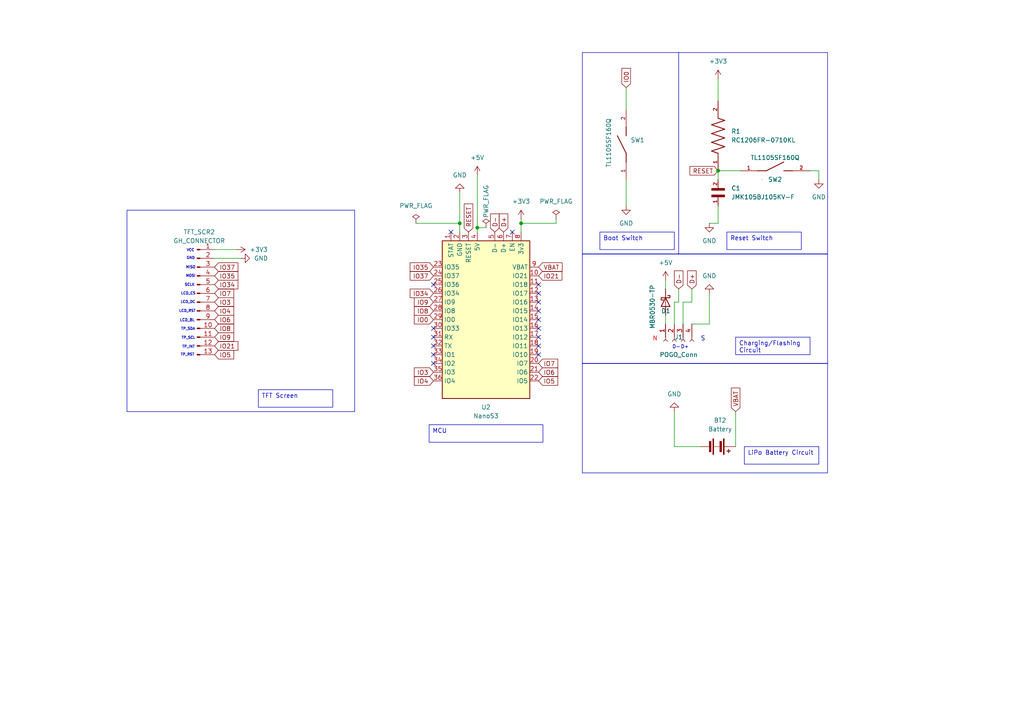
<source format=kicad_sch>
(kicad_sch (version 20230121) (generator eeschema)

  (uuid e2925b64-570f-4017-9c42-691fcefe0c64)

  (paper "A4")

  (title_block
    (title "R.I.O Watch v1")
    (date "2024-06-19")
    (company "Akhilesh Warty")
  )

  (lib_symbols
    (symbol "Connector:Conn_01x04_Socket" (pin_names (offset 1.016) hide) (in_bom yes) (on_board yes)
      (property "Reference" "J" (at 0 5.08 0)
        (effects (font (size 1.27 1.27)))
      )
      (property "Value" "Conn_01x04_Socket" (at 0 -7.62 0)
        (effects (font (size 1.27 1.27)))
      )
      (property "Footprint" "" (at 0 0 0)
        (effects (font (size 1.27 1.27)) hide)
      )
      (property "Datasheet" "~" (at 0 0 0)
        (effects (font (size 1.27 1.27)) hide)
      )
      (property "ki_locked" "" (at 0 0 0)
        (effects (font (size 1.27 1.27)))
      )
      (property "ki_keywords" "connector" (at 0 0 0)
        (effects (font (size 1.27 1.27)) hide)
      )
      (property "ki_description" "Generic connector, single row, 01x04, script generated" (at 0 0 0)
        (effects (font (size 1.27 1.27)) hide)
      )
      (property "ki_fp_filters" "Connector*:*_1x??_*" (at 0 0 0)
        (effects (font (size 1.27 1.27)) hide)
      )
      (symbol "Conn_01x04_Socket_1_1"
        (arc (start 0 -4.572) (mid -0.5058 -5.08) (end 0 -5.588)
          (stroke (width 0.1524) (type default))
          (fill (type none))
        )
        (arc (start 0 -2.032) (mid -0.5058 -2.54) (end 0 -3.048)
          (stroke (width 0.1524) (type default))
          (fill (type none))
        )
        (polyline
          (pts
            (xy -1.27 -5.08)
            (xy -0.508 -5.08)
          )
          (stroke (width 0.1524) (type default))
          (fill (type none))
        )
        (polyline
          (pts
            (xy -1.27 -2.54)
            (xy -0.508 -2.54)
          )
          (stroke (width 0.1524) (type default))
          (fill (type none))
        )
        (polyline
          (pts
            (xy -1.27 0)
            (xy -0.508 0)
          )
          (stroke (width 0.1524) (type default))
          (fill (type none))
        )
        (polyline
          (pts
            (xy -1.27 2.54)
            (xy -0.508 2.54)
          )
          (stroke (width 0.1524) (type default))
          (fill (type none))
        )
        (arc (start 0 0.508) (mid -0.5058 0) (end 0 -0.508)
          (stroke (width 0.1524) (type default))
          (fill (type none))
        )
        (arc (start 0 3.048) (mid -0.5058 2.54) (end 0 2.032)
          (stroke (width 0.1524) (type default))
          (fill (type none))
        )
        (pin passive line (at -5.08 2.54 0) (length 3.81)
          (name "Pin_1" (effects (font (size 1.27 1.27))))
          (number "1" (effects (font (size 1.27 1.27))))
        )
        (pin passive line (at -5.08 0 0) (length 3.81)
          (name "Pin_2" (effects (font (size 1.27 1.27))))
          (number "2" (effects (font (size 1.27 1.27))))
        )
        (pin passive line (at -5.08 -2.54 0) (length 3.81)
          (name "Pin_3" (effects (font (size 1.27 1.27))))
          (number "3" (effects (font (size 1.27 1.27))))
        )
        (pin passive line (at -5.08 -5.08 0) (length 3.81)
          (name "Pin_4" (effects (font (size 1.27 1.27))))
          (number "4" (effects (font (size 1.27 1.27))))
        )
      )
    )
    (symbol "Connector:FPC_13_Pin" (pin_names (offset 1.016) hide) (in_bom yes) (on_board yes)
      (property "Reference" "J1" (at 0.635 20.32 0)
        (effects (font (size 1.27 1.27)))
      )
      (property "Value" "Conn_01x13_Pin" (at 0.635 17.78 0)
        (effects (font (size 1.27 1.27)))
      )
      (property "Footprint" "Connector_JST:JST_GH_BM13B-GHS-TBT_1x13-1MP_P1.25mm_Vertical" (at 0 0 0)
        (effects (font (size 1.27 1.27)) hide)
      )
      (property "Datasheet" "~" (at 0 0 0)
        (effects (font (size 1.27 1.27)) hide)
      )
      (property "ki_keywords" "connector" (at 0 0 0)
        (effects (font (size 1.27 1.27)) hide)
      )
      (property "ki_description" "Generic connector, single row, 01x13, script generated" (at 0 0 0)
        (effects (font (size 1.27 1.27)) hide)
      )
      (property "ki_fp_filters" "Connector*:*_1x??_*" (at 0 0 0)
        (effects (font (size 1.27 1.27)) hide)
      )
      (symbol "FPC_13_Pin_1_1"
        (polyline
          (pts
            (xy 1.27 -15.24)
            (xy 0.8636 -15.24)
          )
          (stroke (width 0.1524) (type default))
          (fill (type none))
        )
        (polyline
          (pts
            (xy 1.27 -12.7)
            (xy 0.8636 -12.7)
          )
          (stroke (width 0.1524) (type default))
          (fill (type none))
        )
        (polyline
          (pts
            (xy 1.27 -10.16)
            (xy 0.8636 -10.16)
          )
          (stroke (width 0.1524) (type default))
          (fill (type none))
        )
        (polyline
          (pts
            (xy 1.27 -7.62)
            (xy 0.8636 -7.62)
          )
          (stroke (width 0.1524) (type default))
          (fill (type none))
        )
        (polyline
          (pts
            (xy 1.27 -5.08)
            (xy 0.8636 -5.08)
          )
          (stroke (width 0.1524) (type default))
          (fill (type none))
        )
        (polyline
          (pts
            (xy 1.27 -2.54)
            (xy 0.8636 -2.54)
          )
          (stroke (width 0.1524) (type default))
          (fill (type none))
        )
        (polyline
          (pts
            (xy 1.27 0)
            (xy 0.8636 0)
          )
          (stroke (width 0.1524) (type default))
          (fill (type none))
        )
        (polyline
          (pts
            (xy 1.27 2.54)
            (xy 0.8636 2.54)
          )
          (stroke (width 0.1524) (type default))
          (fill (type none))
        )
        (polyline
          (pts
            (xy 1.27 5.08)
            (xy 0.8636 5.08)
          )
          (stroke (width 0.1524) (type default))
          (fill (type none))
        )
        (polyline
          (pts
            (xy 1.27 7.62)
            (xy 0.8636 7.62)
          )
          (stroke (width 0.1524) (type default))
          (fill (type none))
        )
        (polyline
          (pts
            (xy 1.27 10.16)
            (xy 0.8636 10.16)
          )
          (stroke (width 0.1524) (type default))
          (fill (type none))
        )
        (polyline
          (pts
            (xy 1.27 12.7)
            (xy 0.8636 12.7)
          )
          (stroke (width 0.1524) (type default))
          (fill (type none))
        )
        (polyline
          (pts
            (xy 1.27 15.24)
            (xy 0.8636 15.24)
          )
          (stroke (width 0.1524) (type default))
          (fill (type none))
        )
        (rectangle (start 0.8636 -15.113) (end 0 -15.367)
          (stroke (width 0.1524) (type default))
          (fill (type outline))
        )
        (rectangle (start 0.8636 -12.573) (end 0 -12.827)
          (stroke (width 0.1524) (type default))
          (fill (type outline))
        )
        (rectangle (start 0.8636 -10.033) (end 0 -10.287)
          (stroke (width 0.1524) (type default))
          (fill (type outline))
        )
        (rectangle (start 0.8636 -7.493) (end 0 -7.747)
          (stroke (width 0.1524) (type default))
          (fill (type outline))
        )
        (rectangle (start 0.8636 -4.953) (end 0 -5.207)
          (stroke (width 0.1524) (type default))
          (fill (type outline))
        )
        (rectangle (start 0.8636 -2.413) (end 0 -2.667)
          (stroke (width 0.1524) (type default))
          (fill (type outline))
        )
        (rectangle (start 0.8636 0.127) (end 0 -0.127)
          (stroke (width 0.1524) (type default))
          (fill (type outline))
        )
        (rectangle (start 0.8636 2.667) (end 0 2.413)
          (stroke (width 0.1524) (type default))
          (fill (type outline))
        )
        (rectangle (start 0.8636 5.207) (end 0 4.953)
          (stroke (width 0.1524) (type default))
          (fill (type outline))
        )
        (rectangle (start 0.8636 7.747) (end 0 7.493)
          (stroke (width 0.1524) (type default))
          (fill (type outline))
        )
        (rectangle (start 0.8636 10.287) (end 0 10.033)
          (stroke (width 0.1524) (type default))
          (fill (type outline))
        )
        (rectangle (start 0.8636 12.827) (end 0 12.573)
          (stroke (width 0.1524) (type default))
          (fill (type outline))
        )
        (rectangle (start 0.8636 15.367) (end 0 15.113)
          (stroke (width 0.1524) (type default))
          (fill (type outline))
        )
        (pin passive line (at 5.08 15.24 180) (length 3.81)
          (name "Pin_1" (effects (font (size 1.27 1.27))))
          (number "1" (effects (font (size 1.27 1.27))))
        )
        (pin passive line (at 5.08 -7.62 180) (length 3.81)
          (name "Pin_10" (effects (font (size 1.27 1.27))))
          (number "10" (effects (font (size 1.27 1.27))))
        )
        (pin passive line (at 5.08 -10.16 180) (length 3.81)
          (name "Pin_11" (effects (font (size 1.27 1.27))))
          (number "11" (effects (font (size 1.27 1.27))))
        )
        (pin passive line (at 5.08 -12.7 180) (length 3.81)
          (name "Pin_12" (effects (font (size 1.27 1.27))))
          (number "12" (effects (font (size 1.27 1.27))))
        )
        (pin passive line (at 5.08 -15.24 180) (length 3.81)
          (name "Pin_13" (effects (font (size 1.27 1.27))))
          (number "13" (effects (font (size 1.27 1.27))))
        )
        (pin passive line (at 5.08 12.7 180) (length 3.81)
          (name "Pin_2" (effects (font (size 1.27 1.27))))
          (number "2" (effects (font (size 1.27 1.27))))
        )
        (pin passive line (at 5.08 10.16 180) (length 3.81)
          (name "Pin_3" (effects (font (size 1.27 1.27))))
          (number "3" (effects (font (size 1.27 1.27))))
        )
        (pin passive line (at 5.08 7.62 180) (length 3.81)
          (name "Pin_4" (effects (font (size 1.27 1.27))))
          (number "4" (effects (font (size 1.27 1.27))))
        )
        (pin passive line (at 5.08 5.08 180) (length 3.81)
          (name "Pin_5" (effects (font (size 1.27 1.27))))
          (number "5" (effects (font (size 1.27 1.27))))
        )
        (pin passive line (at 5.08 2.54 180) (length 3.81)
          (name "Pin_6" (effects (font (size 1.27 1.27))))
          (number "6" (effects (font (size 1.27 1.27))))
        )
        (pin passive line (at 5.08 0 180) (length 3.81)
          (name "Pin_7" (effects (font (size 1.27 1.27))))
          (number "7" (effects (font (size 1.27 1.27))))
        )
        (pin passive line (at 5.08 -2.54 180) (length 3.81)
          (name "Pin_8" (effects (font (size 1.27 1.27))))
          (number "8" (effects (font (size 1.27 1.27))))
        )
        (pin passive line (at 5.08 -5.08 180) (length 3.81)
          (name "Pin_9" (effects (font (size 1.27 1.27))))
          (number "9" (effects (font (size 1.27 1.27))))
        )
      )
    )
    (symbol "Device:Battery" (pin_numbers hide) (pin_names (offset 0) hide) (in_bom yes) (on_board yes)
      (property "Reference" "BT" (at 2.54 2.54 0)
        (effects (font (size 1.27 1.27)) (justify left))
      )
      (property "Value" "Battery" (at 2.54 0 0)
        (effects (font (size 1.27 1.27)) (justify left))
      )
      (property "Footprint" "" (at 0 1.524 90)
        (effects (font (size 1.27 1.27)) hide)
      )
      (property "Datasheet" "~" (at 0 1.524 90)
        (effects (font (size 1.27 1.27)) hide)
      )
      (property "ki_keywords" "batt voltage-source cell" (at 0 0 0)
        (effects (font (size 1.27 1.27)) hide)
      )
      (property "ki_description" "Multiple-cell battery" (at 0 0 0)
        (effects (font (size 1.27 1.27)) hide)
      )
      (symbol "Battery_0_1"
        (rectangle (start -2.286 -1.27) (end 2.286 -1.524)
          (stroke (width 0) (type default))
          (fill (type outline))
        )
        (rectangle (start -2.286 1.778) (end 2.286 1.524)
          (stroke (width 0) (type default))
          (fill (type outline))
        )
        (rectangle (start -1.524 -2.032) (end 1.524 -2.54)
          (stroke (width 0) (type default))
          (fill (type outline))
        )
        (rectangle (start -1.524 1.016) (end 1.524 0.508)
          (stroke (width 0) (type default))
          (fill (type outline))
        )
        (polyline
          (pts
            (xy 0 -1.016)
            (xy 0 -0.762)
          )
          (stroke (width 0) (type default))
          (fill (type none))
        )
        (polyline
          (pts
            (xy 0 -0.508)
            (xy 0 -0.254)
          )
          (stroke (width 0) (type default))
          (fill (type none))
        )
        (polyline
          (pts
            (xy 0 0)
            (xy 0 0.254)
          )
          (stroke (width 0) (type default))
          (fill (type none))
        )
        (polyline
          (pts
            (xy 0 1.778)
            (xy 0 2.54)
          )
          (stroke (width 0) (type default))
          (fill (type none))
        )
        (polyline
          (pts
            (xy 0.762 3.048)
            (xy 1.778 3.048)
          )
          (stroke (width 0.254) (type default))
          (fill (type none))
        )
        (polyline
          (pts
            (xy 1.27 3.556)
            (xy 1.27 2.54)
          )
          (stroke (width 0.254) (type default))
          (fill (type none))
        )
      )
      (symbol "Battery_1_1"
        (pin passive line (at 0 5.08 270) (length 2.54)
          (name "+" (effects (font (size 1.27 1.27))))
          (number "1" (effects (font (size 1.27 1.27))))
        )
        (pin passive line (at 0 -5.08 90) (length 2.54)
          (name "-" (effects (font (size 1.27 1.27))))
          (number "2" (effects (font (size 1.27 1.27))))
        )
      )
    )
    (symbol "Device:JMK105BJ105KV-F" (pin_names (offset 1.016)) (in_bom yes) (on_board yes)
      (property "Reference" "C" (at 0 3.8109 0)
        (effects (font (size 1.27 1.27)) (justify left bottom))
      )
      (property "Value" "JMK105BJ105KV-F" (at 0 -5.0885 0)
        (effects (font (size 1.27 1.27)) (justify left bottom))
      )
      (property "Footprint" "JMK105BJ105KV-F:CAPC1005X55N" (at 0 0 0)
        (effects (font (size 1.27 1.27)) (justify bottom) hide)
      )
      (property "Datasheet" "" (at 0 0 0)
        (effects (font (size 1.27 1.27)) hide)
      )
      (property "DigiKey_Part_Number" "587-1231-2-ND" (at 0 0 0)
        (effects (font (size 1.27 1.27)) (justify bottom) hide)
      )
      (property "MF" "Taiyo Yuden" (at 0 0 0)
        (effects (font (size 1.27 1.27)) (justify bottom) hide)
      )
      (property "Purchase-URL" "https://www.snapeda.com/api/url_track_click_mouser/?unipart_id=653370&manufacturer=Taiyo Yuden&part_name=JMK105BJ105KV-F&search_term=jmk105bj105kv-f" (at 0 0 0)
        (effects (font (size 1.27 1.27)) (justify bottom) hide)
      )
      (property "Package" "1005 Taiyo Yuden" (at 0 0 0)
        (effects (font (size 1.27 1.27)) (justify bottom) hide)
      )
      (property "SnapEDA_Link" "https://www.snapeda.com/parts/JMK105BJ105KV-F/Taiyo+Yuden/view-part/?ref=snap" (at 0 0 0)
        (effects (font (size 1.27 1.27)) (justify bottom) hide)
      )
      (property "MP" "JMK105BJ105KV-F" (at 0 0 0)
        (effects (font (size 1.27 1.27)) (justify bottom) hide)
      )
      (property "Description" "\n1 µF ±10% 6.3V Ceramic Capacitor X5R 0402 (1005 Metric)\n" (at 0 0 0)
        (effects (font (size 1.27 1.27)) (justify bottom) hide)
      )
      (property "Check_prices" "https://www.snapeda.com/parts/JMK105BJ105KV-F/Taiyo+Yuden/view-part/?ref=eda" (at 0 0 0)
        (effects (font (size 1.27 1.27)) (justify bottom) hide)
      )
      (symbol "JMK105BJ105KV-F_0_0"
        (rectangle (start 0 -1.9069) (end 0.635 1.905)
          (stroke (width 0.1) (type default))
          (fill (type outline))
        )
        (rectangle (start 1.9069 -1.9069) (end 2.54 1.905)
          (stroke (width 0.1) (type default))
          (fill (type outline))
        )
        (pin passive line (at -2.54 0 0) (length 2.54)
          (name "~" (effects (font (size 1.016 1.016))))
          (number "1" (effects (font (size 1.016 1.016))))
        )
        (pin passive line (at 5.08 0 180) (length 2.54)
          (name "~" (effects (font (size 1.016 1.016))))
          (number "2" (effects (font (size 1.016 1.016))))
        )
      )
    )
    (symbol "Device:RC1206FR-0710KL" (pin_names (offset 1.016)) (in_bom yes) (on_board yes)
      (property "Reference" "R" (at -7.6244 2.5415 0)
        (effects (font (size 1.27 1.27)) (justify left bottom))
      )
      (property "Value" "RC1206FR-0710KL" (at -7.63 -5.0866 0)
        (effects (font (size 1.27 1.27)) (justify left bottom))
      )
      (property "Footprint" "RC1206FR-0710KL:RESC3116X65N" (at 0 0 0)
        (effects (font (size 1.27 1.27)) (justify bottom) hide)
      )
      (property "Datasheet" "" (at 0 0 0)
        (effects (font (size 1.27 1.27)) hide)
      )
      (property "DigiKey_Part_Number" "311-10.0KFRTR-ND" (at 0 0 0)
        (effects (font (size 1.27 1.27)) (justify bottom) hide)
      )
      (property "MF" "Yageo" (at 0 0 0)
        (effects (font (size 1.27 1.27)) (justify bottom) hide)
      )
      (property "Purchase-URL" "https://www.snapeda.com/api/url_track_click_mouser/?unipart_id=523401&manufacturer=Yageo&part_name=RC1206FR-0710KL&search_term=rc1206fr-0710kl" (at 0 0 0)
        (effects (font (size 1.27 1.27)) (justify bottom) hide)
      )
      (property "Package" "3116 Yageo" (at 0 0 0)
        (effects (font (size 1.27 1.27)) (justify bottom) hide)
      )
      (property "SnapEDA_Link" "https://www.snapeda.com/parts/RC1206FR-0710KL/Yageo/view-part/?ref=snap" (at 0 0 0)
        (effects (font (size 1.27 1.27)) (justify bottom) hide)
      )
      (property "MP" "RC1206FR-0710KL" (at 0 0 0)
        (effects (font (size 1.27 1.27)) (justify bottom) hide)
      )
      (property "Description" "\n10 kOhms ±1% 0.25W, 1/4W Chip Resistor 1206 (3216 Metric) Moisture Resistant Thick Film\n" (at 0 0 0)
        (effects (font (size 1.27 1.27)) (justify bottom) hide)
      )
      (property "Check_prices" "https://www.snapeda.com/parts/RC1206FR-0710KL/Yageo/view-part/?ref=eda" (at 0 0 0)
        (effects (font (size 1.27 1.27)) (justify bottom) hide)
      )
      (symbol "RC1206FR-0710KL_0_0"
        (polyline
          (pts
            (xy -5.08 0)
            (xy -4.445 1.905)
          )
          (stroke (width 0.254) (type default))
          (fill (type none))
        )
        (polyline
          (pts
            (xy -4.445 1.905)
            (xy -3.175 -1.905)
          )
          (stroke (width 0.254) (type default))
          (fill (type none))
        )
        (polyline
          (pts
            (xy -3.175 -1.905)
            (xy -1.905 1.905)
          )
          (stroke (width 0.254) (type default))
          (fill (type none))
        )
        (polyline
          (pts
            (xy -1.905 1.905)
            (xy -0.635 -1.905)
          )
          (stroke (width 0.254) (type default))
          (fill (type none))
        )
        (polyline
          (pts
            (xy -0.635 -1.905)
            (xy 0.635 1.905)
          )
          (stroke (width 0.254) (type default))
          (fill (type none))
        )
        (polyline
          (pts
            (xy 0.635 1.905)
            (xy 1.905 -1.905)
          )
          (stroke (width 0.254) (type default))
          (fill (type none))
        )
        (polyline
          (pts
            (xy 1.905 -1.905)
            (xy 3.175 1.905)
          )
          (stroke (width 0.254) (type default))
          (fill (type none))
        )
        (polyline
          (pts
            (xy 3.175 1.905)
            (xy 4.445 -1.905)
          )
          (stroke (width 0.254) (type default))
          (fill (type none))
        )
        (polyline
          (pts
            (xy 4.445 -1.905)
            (xy 5.08 0)
          )
          (stroke (width 0.254) (type default))
          (fill (type none))
        )
        (pin passive line (at -10.16 0 0) (length 5.08)
          (name "~" (effects (font (size 1.016 1.016))))
          (number "1" (effects (font (size 1.016 1.016))))
        )
        (pin passive line (at 10.16 0 180) (length 5.08)
          (name "~" (effects (font (size 1.016 1.016))))
          (number "2" (effects (font (size 1.016 1.016))))
        )
      )
    )
    (symbol "Diode:MBR0530-TP" (pin_numbers hide) (pin_names (offset 1.016) hide) (in_bom yes) (on_board yes)
      (property "Reference" "D" (at 0 2.54 0)
        (effects (font (size 1.27 1.27)))
      )
      (property "Value" "MBR0530-TP" (at 0 -2.54 0)
        (effects (font (size 1.27 1.27)))
      )
      (property "Footprint" "Diode_SMD:D_SOD-123" (at 0 -4.445 0)
        (effects (font (size 1.27 1.27)) hide)
      )
      (property "Datasheet" "http://www.mccsemi.com/up_pdf/MBR0520~MBR0580(SOD123).pdf" (at 0 0 0)
        (effects (font (size 1.27 1.27)) hide)
      )
      (property "ki_keywords" "diode Schottky" (at 0 0 0)
        (effects (font (size 1.27 1.27)) hide)
      )
      (property "ki_description" "30V 0.5A Schottky Power Rectifier Diode, SOD-123" (at 0 0 0)
        (effects (font (size 1.27 1.27)) hide)
      )
      (property "ki_fp_filters" "D*SOD?123*" (at 0 0 0)
        (effects (font (size 1.27 1.27)) hide)
      )
      (symbol "MBR0530-TP_0_1"
        (polyline
          (pts
            (xy 1.27 0)
            (xy -1.27 0)
          )
          (stroke (width 0) (type default))
          (fill (type none))
        )
        (polyline
          (pts
            (xy 1.27 1.27)
            (xy 1.27 -1.27)
            (xy -1.27 0)
            (xy 1.27 1.27)
          )
          (stroke (width 0.254) (type default))
          (fill (type none))
        )
        (polyline
          (pts
            (xy -1.905 0.635)
            (xy -1.905 1.27)
            (xy -1.27 1.27)
            (xy -1.27 -1.27)
            (xy -0.635 -1.27)
            (xy -0.635 -0.635)
          )
          (stroke (width 0.254) (type default))
          (fill (type none))
        )
      )
      (symbol "MBR0530-TP_1_1"
        (pin passive line (at -3.81 0 0) (length 2.54)
          (name "K" (effects (font (size 1.27 1.27))))
          (number "1" (effects (font (size 1.27 1.27))))
        )
        (pin passive line (at 3.81 0 180) (length 2.54)
          (name "A" (effects (font (size 1.27 1.27))))
          (number "2" (effects (font (size 1.27 1.27))))
        )
      )
    )
    (symbol "Switch:TL1105SF160Q" (pin_names (offset 1.016)) (in_bom yes) (on_board yes)
      (property "Reference" "SW" (at -5.08 3.81 0)
        (effects (font (size 1.27 1.27)) (justify left bottom))
      )
      (property "Value" "TL1105SF160Q" (at -5.08 -5.08 0)
        (effects (font (size 1.27 1.27)) (justify left bottom))
      )
      (property "Footprint" "TL1105SF160Q:SW_TL1105SF160Q" (at 0 0 0)
        (effects (font (size 1.27 1.27)) (justify bottom) hide)
      )
      (property "Datasheet" "" (at 0 0 0)
        (effects (font (size 1.27 1.27)) hide)
      )
      (property "MF" "E-Switch" (at 0 0 0)
        (effects (font (size 1.27 1.27)) (justify bottom) hide)
      )
      (property "MAXIMUM_PACKAGE_HEIGHT" "7.0mm" (at 0 0 0)
        (effects (font (size 1.27 1.27)) (justify bottom) hide)
      )
      (property "Package" "None" (at 0 0 0)
        (effects (font (size 1.27 1.27)) (justify bottom) hide)
      )
      (property "Price" "None" (at 0 0 0)
        (effects (font (size 1.27 1.27)) (justify bottom) hide)
      )
      (property "Check_prices" "https://www.snapeda.com/parts/TL1105SF160Q/E-Switch/view-part/?ref=eda" (at 0 0 0)
        (effects (font (size 1.27 1.27)) (justify bottom) hide)
      )
      (property "STANDARD" "Manufacturer recommendations" (at 0 0 0)
        (effects (font (size 1.27 1.27)) (justify bottom) hide)
      )
      (property "PARTREV" "E" (at 0 0 0)
        (effects (font (size 1.27 1.27)) (justify bottom) hide)
      )
      (property "SnapEDA_Link" "https://www.snapeda.com/parts/TL1105SF160Q/E-Switch/view-part/?ref=snap" (at 0 0 0)
        (effects (font (size 1.27 1.27)) (justify bottom) hide)
      )
      (property "MP" "TL1105SF160Q" (at 0 0 0)
        (effects (font (size 1.27 1.27)) (justify bottom) hide)
      )
      (property "Description" "\nTactile Switch, TL1105 Series, SPST-NO, 8.36mm Side Actuated, 0.05A, 12VDC, PC | E-Switch TL1105SF160Q\n" (at 0 0 0)
        (effects (font (size 1.27 1.27)) (justify bottom) hide)
      )
      (property "Availability" "In Stock" (at 0 0 0)
        (effects (font (size 1.27 1.27)) (justify bottom) hide)
      )
      (property "MANUFACTURER" "E-Switch" (at 0 0 0)
        (effects (font (size 1.27 1.27)) (justify bottom) hide)
      )
      (symbol "TL1105SF160Q_0_0"
        (polyline
          (pts
            (xy -5.08 0)
            (xy -2.54 0)
          )
          (stroke (width 0.254) (type default))
          (fill (type none))
        )
        (polyline
          (pts
            (xy -2.54 0)
            (xy 2.54 2.54)
          )
          (stroke (width 0.254) (type default))
          (fill (type none))
        )
        (polyline
          (pts
            (xy 5.08 0)
            (xy 2.54 0)
          )
          (stroke (width 0.254) (type default))
          (fill (type none))
        )
        (pin passive line (at -10.16 0 0) (length 5.08)
          (name "~" (effects (font (size 1.016 1.016))))
          (number "1" (effects (font (size 1.016 1.016))))
        )
        (pin passive line (at 10.16 0 180) (length 5.08)
          (name "~" (effects (font (size 1.016 1.016))))
          (number "2" (effects (font (size 1.016 1.016))))
        )
      )
    )
    (symbol "UnexpectedMaker:NanoS3" (in_bom yes) (on_board yes)
      (property "Reference" "U1" (at -20.3709 32.385 0)
        (effects (font (size 1.27 1.27)) (justify left))
      )
      (property "Value" "NanoS3" (at -20.3709 34.925 0)
        (effects (font (size 1.27 1.27)) (justify left))
      )
      (property "Footprint" "NanoS3:NanoS3" (at 0 -27.94 0)
        (effects (font (size 1.27 1.27)) hide)
      )
      (property "Datasheet" "" (at 6.35 5.08 0)
        (effects (font (size 1.27 1.27)) hide)
      )
      (property "ki_fp_filters" "TinyPICO_Nano_Connector" (at 0 0 0)
        (effects (font (size 1.27 1.27)) hide)
      )
      (symbol "NanoS3_0_0"
        (pin bidirectional line (at -15.24 0 0) (length 2.54)
          (name "IO0" (effects (font (size 1.27 1.27))))
          (number "29" (effects (font (size 1.27 1.27))))
        )
        (pin bidirectional line (at -15.24 -5.08 0) (length 2.54)
          (name "RX" (effects (font (size 1.27 1.27))))
          (number "31" (effects (font (size 1.27 1.27))))
        )
        (pin bidirectional line (at -15.24 -7.62 0) (length 2.54)
          (name "TX" (effects (font (size 1.27 1.27))))
          (number "32" (effects (font (size 1.27 1.27))))
        )
      )
      (symbol "NanoS3_0_1"
        (rectangle (start -12.7 22.86) (end 12.7 -22.86)
          (stroke (width 0.254) (type default))
          (fill (type background))
        )
      )
      (symbol "NanoS3_1_0"
        (pin bidirectional line (at 15.24 -2.54 180) (length 2.54)
          (name "IO13" (effects (font (size 1.27 1.27))))
          (number "16" (effects (font (size 1.27 1.27))))
        )
        (pin bidirectional line (at 15.24 -5.08 180) (length 2.54)
          (name "IO12" (effects (font (size 1.27 1.27))))
          (number "17" (effects (font (size 1.27 1.27))))
        )
        (pin bidirectional line (at 15.24 -7.62 180) (length 2.54)
          (name "IO11" (effects (font (size 1.27 1.27))))
          (number "18" (effects (font (size 1.27 1.27))))
        )
        (pin bidirectional line (at 15.24 -10.16 180) (length 2.54)
          (name "IO10" (effects (font (size 1.27 1.27))))
          (number "19" (effects (font (size 1.27 1.27))))
        )
        (pin bidirectional line (at 15.24 -12.7 180) (length 2.54)
          (name "IO7" (effects (font (size 1.27 1.27))))
          (number "20" (effects (font (size 1.27 1.27))))
        )
        (pin bidirectional line (at 15.24 -15.24 180) (length 2.54)
          (name "IO6" (effects (font (size 1.27 1.27))))
          (number "21" (effects (font (size 1.27 1.27))))
        )
        (pin bidirectional line (at 15.24 -17.78 180) (length 2.54)
          (name "IO5" (effects (font (size 1.27 1.27))))
          (number "22" (effects (font (size 1.27 1.27))))
        )
        (pin bidirectional line (at -15.24 15.24 0) (length 2.54)
          (name "IO35" (effects (font (size 1.27 1.27))))
          (number "23" (effects (font (size 1.27 1.27))))
        )
        (pin bidirectional line (at -15.24 12.7 0) (length 2.54)
          (name "IO37" (effects (font (size 1.27 1.27))))
          (number "24" (effects (font (size 1.27 1.27))))
        )
        (pin bidirectional line (at -15.24 10.16 0) (length 2.54)
          (name "IO36" (effects (font (size 1.27 1.27))))
          (number "25" (effects (font (size 1.27 1.27))))
        )
        (pin bidirectional line (at -15.24 7.62 0) (length 2.54)
          (name "IO34" (effects (font (size 1.27 1.27))))
          (number "26" (effects (font (size 1.27 1.27))))
        )
        (pin bidirectional line (at -15.24 5.08 0) (length 2.54)
          (name "IO9" (effects (font (size 1.27 1.27))))
          (number "27" (effects (font (size 1.27 1.27))))
        )
        (pin bidirectional line (at -15.24 2.54 0) (length 2.54)
          (name "IO8" (effects (font (size 1.27 1.27))))
          (number "28" (effects (font (size 1.27 1.27))))
        )
        (pin bidirectional line (at -15.24 -2.54 0) (length 2.54)
          (name "IO33" (effects (font (size 1.27 1.27))))
          (number "30" (effects (font (size 1.27 1.27))))
        )
        (pin bidirectional line (at -15.24 -10.16 0) (length 2.54)
          (name "IO1" (effects (font (size 1.27 1.27))))
          (number "33" (effects (font (size 1.27 1.27))))
        )
        (pin bidirectional line (at -15.24 -12.7 0) (length 2.54)
          (name "IO2" (effects (font (size 1.27 1.27))))
          (number "34" (effects (font (size 1.27 1.27))))
        )
        (pin bidirectional line (at -15.24 -15.24 0) (length 2.54)
          (name "IO3" (effects (font (size 1.27 1.27))))
          (number "35" (effects (font (size 1.27 1.27))))
        )
        (pin bidirectional line (at -15.24 -17.78 0) (length 2.54)
          (name "IO4" (effects (font (size 1.27 1.27))))
          (number "36" (effects (font (size 1.27 1.27))))
        )
      )
      (symbol "NanoS3_1_1"
        (pin bidirectional line (at -10.16 25.4 270) (length 2.54)
          (name "STAT" (effects (font (size 1.27 1.27))))
          (number "1" (effects (font (size 1.27 1.27))))
        )
        (pin bidirectional line (at 15.24 12.7 180) (length 2.54)
          (name "IO21" (effects (font (size 1.27 1.27))))
          (number "10" (effects (font (size 1.27 1.27))))
        )
        (pin bidirectional line (at 15.24 10.16 180) (length 2.54)
          (name "IO18" (effects (font (size 1.27 1.27))))
          (number "11" (effects (font (size 1.27 1.27))))
        )
        (pin bidirectional line (at 15.24 7.62 180) (length 2.54)
          (name "IO17" (effects (font (size 1.27 1.27))))
          (number "12" (effects (font (size 1.27 1.27))))
        )
        (pin bidirectional line (at 15.24 5.08 180) (length 2.54)
          (name "IO16" (effects (font (size 1.27 1.27))))
          (number "13" (effects (font (size 1.27 1.27))))
        )
        (pin bidirectional line (at 15.24 2.54 180) (length 2.54)
          (name "IO15" (effects (font (size 1.27 1.27))))
          (number "14" (effects (font (size 1.27 1.27))))
        )
        (pin bidirectional line (at 15.24 0 180) (length 2.54)
          (name "IO14" (effects (font (size 1.27 1.27))))
          (number "15" (effects (font (size 1.27 1.27))))
        )
        (pin bidirectional line (at -7.62 25.4 270) (length 2.54)
          (name "GND" (effects (font (size 1.27 1.27))))
          (number "2" (effects (font (size 1.27 1.27))))
        )
        (pin bidirectional line (at -5.08 25.4 270) (length 2.54)
          (name "RESET" (effects (font (size 1.27 1.27))))
          (number "3" (effects (font (size 1.27 1.27))))
        )
        (pin bidirectional line (at -2.54 25.4 270) (length 2.54)
          (name "5V" (effects (font (size 1.27 1.27))))
          (number "4" (effects (font (size 1.27 1.27))))
        )
        (pin bidirectional line (at 2.54 25.4 270) (length 2.54)
          (name "D-" (effects (font (size 1.27 1.27))))
          (number "5" (effects (font (size 1.27 1.27))))
        )
        (pin bidirectional line (at 5.08 25.4 270) (length 2.54)
          (name "D+" (effects (font (size 1.27 1.27))))
          (number "6" (effects (font (size 1.27 1.27))))
        )
        (pin bidirectional line (at 7.62 25.4 270) (length 2.54)
          (name "EN" (effects (font (size 1.27 1.27))))
          (number "7" (effects (font (size 1.27 1.27))))
        )
        (pin bidirectional line (at 10.16 25.4 270) (length 2.54)
          (name "3v3" (effects (font (size 1.27 1.27))))
          (number "8" (effects (font (size 1.27 1.27))))
        )
        (pin bidirectional line (at 15.24 15.24 180) (length 2.54)
          (name "VBAT" (effects (font (size 1.27 1.27))))
          (number "9" (effects (font (size 1.27 1.27))))
        )
      )
    )
    (symbol "power:+3V3" (power) (pin_names (offset 0)) (in_bom yes) (on_board yes)
      (property "Reference" "#PWR" (at 0 -3.81 0)
        (effects (font (size 1.27 1.27)) hide)
      )
      (property "Value" "+3V3" (at 0 3.556 0)
        (effects (font (size 1.27 1.27)))
      )
      (property "Footprint" "" (at 0 0 0)
        (effects (font (size 1.27 1.27)) hide)
      )
      (property "Datasheet" "" (at 0 0 0)
        (effects (font (size 1.27 1.27)) hide)
      )
      (property "ki_keywords" "global power" (at 0 0 0)
        (effects (font (size 1.27 1.27)) hide)
      )
      (property "ki_description" "Power symbol creates a global label with name \"+3V3\"" (at 0 0 0)
        (effects (font (size 1.27 1.27)) hide)
      )
      (symbol "+3V3_0_1"
        (polyline
          (pts
            (xy -0.762 1.27)
            (xy 0 2.54)
          )
          (stroke (width 0) (type default))
          (fill (type none))
        )
        (polyline
          (pts
            (xy 0 0)
            (xy 0 2.54)
          )
          (stroke (width 0) (type default))
          (fill (type none))
        )
        (polyline
          (pts
            (xy 0 2.54)
            (xy 0.762 1.27)
          )
          (stroke (width 0) (type default))
          (fill (type none))
        )
      )
      (symbol "+3V3_1_1"
        (pin power_in line (at 0 0 90) (length 0) hide
          (name "+3V3" (effects (font (size 1.27 1.27))))
          (number "1" (effects (font (size 1.27 1.27))))
        )
      )
    )
    (symbol "power:+5V" (power) (pin_names (offset 0)) (in_bom yes) (on_board yes)
      (property "Reference" "#PWR" (at 0 -3.81 0)
        (effects (font (size 1.27 1.27)) hide)
      )
      (property "Value" "+5V" (at 0 3.556 0)
        (effects (font (size 1.27 1.27)))
      )
      (property "Footprint" "" (at 0 0 0)
        (effects (font (size 1.27 1.27)) hide)
      )
      (property "Datasheet" "" (at 0 0 0)
        (effects (font (size 1.27 1.27)) hide)
      )
      (property "ki_keywords" "global power" (at 0 0 0)
        (effects (font (size 1.27 1.27)) hide)
      )
      (property "ki_description" "Power symbol creates a global label with name \"+5V\"" (at 0 0 0)
        (effects (font (size 1.27 1.27)) hide)
      )
      (symbol "+5V_0_1"
        (polyline
          (pts
            (xy -0.762 1.27)
            (xy 0 2.54)
          )
          (stroke (width 0) (type default))
          (fill (type none))
        )
        (polyline
          (pts
            (xy 0 0)
            (xy 0 2.54)
          )
          (stroke (width 0) (type default))
          (fill (type none))
        )
        (polyline
          (pts
            (xy 0 2.54)
            (xy 0.762 1.27)
          )
          (stroke (width 0) (type default))
          (fill (type none))
        )
      )
      (symbol "+5V_1_1"
        (pin power_in line (at 0 0 90) (length 0) hide
          (name "+5V" (effects (font (size 1.27 1.27))))
          (number "1" (effects (font (size 1.27 1.27))))
        )
      )
    )
    (symbol "power:GND" (power) (pin_names (offset 0)) (in_bom yes) (on_board yes)
      (property "Reference" "#PWR" (at 0 -6.35 0)
        (effects (font (size 1.27 1.27)) hide)
      )
      (property "Value" "GND" (at 0 -3.81 0)
        (effects (font (size 1.27 1.27)))
      )
      (property "Footprint" "" (at 0 0 0)
        (effects (font (size 1.27 1.27)) hide)
      )
      (property "Datasheet" "" (at 0 0 0)
        (effects (font (size 1.27 1.27)) hide)
      )
      (property "ki_keywords" "global power" (at 0 0 0)
        (effects (font (size 1.27 1.27)) hide)
      )
      (property "ki_description" "Power symbol creates a global label with name \"GND\" , ground" (at 0 0 0)
        (effects (font (size 1.27 1.27)) hide)
      )
      (symbol "GND_0_1"
        (polyline
          (pts
            (xy 0 0)
            (xy 0 -1.27)
            (xy 1.27 -1.27)
            (xy 0 -2.54)
            (xy -1.27 -1.27)
            (xy 0 -1.27)
          )
          (stroke (width 0) (type default))
          (fill (type none))
        )
      )
      (symbol "GND_1_1"
        (pin power_in line (at 0 0 270) (length 0) hide
          (name "GND" (effects (font (size 1.27 1.27))))
          (number "1" (effects (font (size 1.27 1.27))))
        )
      )
    )
    (symbol "power:PWR_FLAG" (power) (pin_numbers hide) (pin_names (offset 0) hide) (in_bom yes) (on_board yes)
      (property "Reference" "#FLG" (at 0 1.905 0)
        (effects (font (size 1.27 1.27)) hide)
      )
      (property "Value" "PWR_FLAG" (at 0 3.81 0)
        (effects (font (size 1.27 1.27)))
      )
      (property "Footprint" "" (at 0 0 0)
        (effects (font (size 1.27 1.27)) hide)
      )
      (property "Datasheet" "~" (at 0 0 0)
        (effects (font (size 1.27 1.27)) hide)
      )
      (property "ki_keywords" "flag power" (at 0 0 0)
        (effects (font (size 1.27 1.27)) hide)
      )
      (property "ki_description" "Special symbol for telling ERC where power comes from" (at 0 0 0)
        (effects (font (size 1.27 1.27)) hide)
      )
      (symbol "PWR_FLAG_0_0"
        (pin power_out line (at 0 0 90) (length 0)
          (name "pwr" (effects (font (size 1.27 1.27))))
          (number "1" (effects (font (size 1.27 1.27))))
        )
      )
      (symbol "PWR_FLAG_0_1"
        (polyline
          (pts
            (xy 0 0)
            (xy 0 1.27)
            (xy -1.016 1.905)
            (xy 0 2.54)
            (xy 1.016 1.905)
            (xy 0 1.27)
          )
          (stroke (width 0) (type default))
          (fill (type none))
        )
      )
    )
  )

  (junction (at 151.13 64.77) (diameter 0) (color 0 0 0 0)
    (uuid 0ea900dc-f270-48d0-a4ea-7872f19c394f)
  )
  (junction (at 133.35 64.77) (diameter 0) (color 0 0 0 0)
    (uuid 26d3ce5a-79fd-4e94-816e-2d20fbf3f50d)
  )
  (junction (at 208.28 49.53) (diameter 0) (color 0 0 0 0)
    (uuid 437be9da-4728-44f8-8c2b-a55acffd0cc1)
  )
  (junction (at 138.43 66.04) (diameter 0) (color 0 0 0 0)
    (uuid bd58185b-eee0-487f-9174-229fea0ee9a9)
  )

  (no_connect (at 125.73 100.33) (uuid 0113adf0-5e79-4695-b8e6-d33606a4e114))
  (no_connect (at 125.73 82.55) (uuid 12874d0b-78d6-41f9-80f2-267499c84ede))
  (no_connect (at 156.21 82.55) (uuid 185e3841-53f9-4430-a280-879b36d8fa91))
  (no_connect (at 156.21 95.25) (uuid 240db0c0-a9d8-44ce-a495-7d749a80ab38))
  (no_connect (at 156.21 100.33) (uuid 2b7bdc7b-de44-4970-9527-e52dc02900e1))
  (no_connect (at 156.21 102.87) (uuid 2e79c442-96de-4c1d-99f7-02f0b8816931))
  (no_connect (at 156.21 87.63) (uuid 39d1f200-f0c0-4dab-aee0-619094bea5e3))
  (no_connect (at 125.73 95.25) (uuid 41f5028b-86f2-4c7e-8967-3ab4af839ce7))
  (no_connect (at 130.81 67.31) (uuid 54fe58d0-659b-434e-8d6e-150095bab546))
  (no_connect (at 148.59 67.31) (uuid 9d4424f7-9d2f-4314-b1a5-25e51981ff7f))
  (no_connect (at 125.73 102.87) (uuid b10d26d9-e603-4344-88a7-e1bce3145962))
  (no_connect (at 125.73 105.41) (uuid dd982698-62bb-44ef-8717-6e9edbe63ab2))
  (no_connect (at 156.21 92.71) (uuid e6788bd5-d562-44b6-a463-c4431c46328d))
  (no_connect (at 156.21 97.79) (uuid ecec08a5-f394-4c4a-afd1-a79b5203a7c1))
  (no_connect (at 125.73 97.79) (uuid ee409ed4-b023-4bd1-b207-17e51519aaad))
  (no_connect (at 156.21 85.09) (uuid fe6bf8c2-9df4-4556-ac1b-77c99bc10217))
  (no_connect (at 156.21 90.17) (uuid ff497b95-519e-4e93-bf27-adf9cb65b60f))

  (wire (pts (xy 120.65 64.77) (xy 133.35 64.77))
    (stroke (width 0) (type default))
    (uuid 037220b2-5971-45d5-a792-e1342c54b770)
  )
  (wire (pts (xy 151.13 67.31) (xy 151.13 64.77))
    (stroke (width 0) (type default))
    (uuid 092492a6-b099-41a8-8845-b10b80a06f50)
  )
  (wire (pts (xy 208.28 49.53) (xy 208.28 52.07))
    (stroke (width 0) (type default))
    (uuid 13da994d-3fad-4b1e-b697-cb1953ed61af)
  )
  (wire (pts (xy 234.95 49.53) (xy 237.49 49.53))
    (stroke (width 0) (type default))
    (uuid 332193f8-8da5-407c-b985-1877cad4b223)
  )
  (wire (pts (xy 151.13 64.77) (xy 151.13 63.5))
    (stroke (width 0) (type default))
    (uuid 3eb929dd-9de8-4079-9a7f-6abb756e92cb)
  )
  (wire (pts (xy 205.74 93.98) (xy 205.74 85.09))
    (stroke (width 0) (type default))
    (uuid 43b85d15-27a1-41d2-983b-ac150ddd148f)
  )
  (wire (pts (xy 208.28 22.86) (xy 208.28 29.21))
    (stroke (width 0) (type default))
    (uuid 499fccb9-23f6-4af0-acbc-6e14e6e2488a)
  )
  (wire (pts (xy 200.66 93.98) (xy 205.74 93.98))
    (stroke (width 0) (type default))
    (uuid 4be7dbe8-b2ab-4b65-b4c3-71e89984b755)
  )
  (wire (pts (xy 181.61 25.4) (xy 181.61 31.75))
    (stroke (width 0) (type default))
    (uuid 57d1006e-de61-4158-9c08-8c3dc72094ea)
  )
  (wire (pts (xy 193.04 81.28) (xy 193.04 83.82))
    (stroke (width 0) (type default))
    (uuid 5d98f956-2bb4-4b5c-9bca-df2544f9ea35)
  )
  (wire (pts (xy 208.28 49.53) (xy 214.63 49.53))
    (stroke (width 0) (type default))
    (uuid 5f036355-01f2-4c1f-be05-d8fc98fdf404)
  )
  (wire (pts (xy 237.49 49.53) (xy 237.49 52.07))
    (stroke (width 0) (type default))
    (uuid 60996155-4222-41c1-9d33-a441900074e3)
  )
  (wire (pts (xy 161.29 63.5) (xy 161.29 64.77))
    (stroke (width 0) (type default))
    (uuid 64463803-334f-4bc3-90c2-034e186e14ce)
  )
  (wire (pts (xy 198.12 87.63) (xy 200.66 87.63))
    (stroke (width 0) (type default))
    (uuid 684c725e-eb2f-468b-bbf2-8ba3870aa7db)
  )
  (wire (pts (xy 138.43 66.04) (xy 140.97 66.04))
    (stroke (width 0) (type default))
    (uuid 6a3c7f31-190d-4ca2-b12f-ceb852bc5efe)
  )
  (wire (pts (xy 203.2 129.54) (xy 195.58 129.54))
    (stroke (width 0) (type default))
    (uuid 80895a2c-280a-4a48-b10e-81317ac96cf9)
  )
  (wire (pts (xy 195.58 93.98) (xy 195.58 87.63))
    (stroke (width 0) (type default))
    (uuid 8508f168-72e3-4a45-b177-996637c18117)
  )
  (wire (pts (xy 195.58 87.63) (xy 196.85 87.63))
    (stroke (width 0) (type default))
    (uuid 8544c20d-c9d6-4bbf-9c42-5296fae22068)
  )
  (wire (pts (xy 133.35 55.88) (xy 133.35 64.77))
    (stroke (width 0) (type default))
    (uuid 90dc927c-43f1-49e8-b715-dc79bd4d3f3e)
  )
  (wire (pts (xy 133.35 67.31) (xy 133.35 64.77))
    (stroke (width 0) (type default))
    (uuid 91b438ec-b023-439a-8d0d-f9e0294addb1)
  )
  (wire (pts (xy 138.43 50.8) (xy 138.43 66.04))
    (stroke (width 0) (type default))
    (uuid 92f3f615-b34f-4360-b2bb-2578ddcd0b40)
  )
  (wire (pts (xy 138.43 66.04) (xy 138.43 67.31))
    (stroke (width 0) (type default))
    (uuid 933632ae-c99a-4de1-897e-c80b82aecc19)
  )
  (wire (pts (xy 181.61 52.07) (xy 181.61 59.69))
    (stroke (width 0) (type default))
    (uuid 9a1069bc-7dc1-43b2-a5eb-8af590862ac1)
  )
  (wire (pts (xy 161.29 64.77) (xy 151.13 64.77))
    (stroke (width 0) (type default))
    (uuid a3ea21e7-2183-49fa-b2f2-44c59c70490b)
  )
  (wire (pts (xy 208.28 59.69) (xy 208.28 64.77))
    (stroke (width 0) (type default))
    (uuid bc7a2ef9-5f13-4f73-82eb-998f4c6f89d4)
  )
  (wire (pts (xy 200.66 83.82) (xy 200.66 87.63))
    (stroke (width 0) (type default))
    (uuid d1602609-6933-4eb3-886e-37fa10cf23e2)
  )
  (wire (pts (xy 195.58 129.54) (xy 195.58 119.38))
    (stroke (width 0) (type default))
    (uuid d339a6e5-cb75-4900-a98b-9666d8958724)
  )
  (wire (pts (xy 196.85 87.63) (xy 196.85 83.82))
    (stroke (width 0) (type default))
    (uuid d3475b57-b86a-465a-ab65-26ad4230f3a6)
  )
  (wire (pts (xy 62.23 72.39) (xy 68.58 72.39))
    (stroke (width 0) (type default))
    (uuid d3c2b993-50f1-46bc-aaee-db9700ab90c2)
  )
  (wire (pts (xy 62.23 74.93) (xy 69.85 74.93))
    (stroke (width 0) (type default))
    (uuid d3cf308b-4518-47d1-b1f7-86b7d8116362)
  )
  (wire (pts (xy 198.12 93.98) (xy 198.12 87.63))
    (stroke (width 0) (type default))
    (uuid d52bbf24-0773-4cd8-8a61-57d881b86e58)
  )
  (wire (pts (xy 208.28 64.77) (xy 205.74 64.77))
    (stroke (width 0) (type default))
    (uuid f0f619fb-9e96-4feb-95ac-08a9353ab507)
  )
  (wire (pts (xy 213.36 119.38) (xy 213.36 129.54))
    (stroke (width 0) (type default))
    (uuid f6832622-8feb-4858-aca2-e7f3103c1d87)
  )
  (wire (pts (xy 193.04 91.44) (xy 193.04 93.98))
    (stroke (width 0) (type default))
    (uuid fd077ece-9a70-4047-b359-d5e5840474c1)
  )

  (rectangle (start 168.91 105.41) (end 240.03 137.16)
    (stroke (width 0) (type default))
    (fill (type none))
    (uuid 03f17345-542f-4eb0-aed8-4b0ff19fe405)
  )
  (rectangle (start 36.83 60.96) (end 102.87 119.38)
    (stroke (width 0) (type default))
    (fill (type none))
    (uuid 176e7518-41fe-4779-ac5b-245aef59cabf)
  )
  (rectangle (start 168.91 15.24) (end 240.03 73.66)
    (stroke (width 0) (type default))
    (fill (type none))
    (uuid c2a80c2b-60fd-4507-90f4-002479184607)
  )
  (rectangle (start 168.91 73.66) (end 240.03 105.41)
    (stroke (width 0) (type default))
    (fill (type none))
    (uuid e0aafdf4-4a6a-4ef7-b518-043ce93192b1)
  )
  (rectangle (start 220.98 52.07) (end 220.98 52.07)
    (stroke (width 0) (type default))
    (fill (type none))
    (uuid eea304b9-bd14-4736-9d05-dadf653a5e85)
  )
  (rectangle (start 196.85 15.24) (end 196.85 73.66)
    (stroke (width 0) (type default))
    (fill (type none))
    (uuid ff6c7008-aba0-4985-918b-0f728c11f610)
  )

  (text_box "MCU"
    (at 124.46 123.19 0) (size 33.02 5.08)
    (stroke (width 0) (type default))
    (fill (type none))
    (effects (font (size 1.27 1.27)) (justify left top))
    (uuid 21b8b79b-9dc0-4cee-9d30-092782653fb7)
  )
  (text_box "TFT Screen"
    (at 74.93 113.03 0) (size 21.59 5.08)
    (stroke (width 0) (type default))
    (fill (type none))
    (effects (font (size 1.27 1.27)) (justify left top))
    (uuid 5551a9bf-5c97-4b26-836a-78f55d777589)
  )
  (text_box "Reset Switch"
    (at 210.82 67.31 0) (size 21.59 5.08)
    (stroke (width 0) (type default))
    (fill (type none))
    (effects (font (size 1.27 1.27)) (justify left top))
    (uuid 67656eab-2da8-42df-aac3-5d56818faa0a)
  )
  (text_box "Charging/Flashing Circuit"
    (at 213.36 97.79 0) (size 21.59 5.08)
    (stroke (width 0) (type default))
    (fill (type none))
    (effects (font (size 1.27 1.27)) (justify left top))
    (uuid 79c39c5b-5a57-4be8-a324-6b70f912aa6b)
  )
  (text_box "LiPo Battery Circuit"
    (at 215.9 129.54 0) (size 21.59 5.08)
    (stroke (width 0) (type default))
    (fill (type none))
    (effects (font (size 1.27 1.27)) (justify left top))
    (uuid 7fe668b0-68d3-4453-b02c-14890e71f81e)
  )
  (text_box "Boot Switch"
    (at 173.99 67.31 0) (size 21.59 5.08)
    (stroke (width 0) (type default))
    (fill (type none))
    (effects (font (size 1.27 1.27)) (justify left top))
    (uuid 95b64030-244e-4440-b9b0-83bb40c39e24)
  )

  (text "S\n" (at 203.2 99.06 0)
    (effects (font (size 1.27 1.27)) (justify left bottom))
    (uuid 06d7f80b-540a-4402-b1fd-208e860cba43)
  )
  (text "D-" (at 194.9456 101.3101 0)
    (effects (font (size 1 1)) (justify left bottom))
    (uuid 22a2ebf4-3072-4c53-ac7a-f8657c541ecc)
  )
  (text "N" (at 189.23 99.06 0)
    (effects (font (size 1.27 1.27) (color 255 0 0 1)) (justify left bottom))
    (uuid 4091f288-ff8d-4b16-ae0c-e87ea7b835cc)
  )
  (text "TP_INT" (at 52.7641 101.1592 0)
    (effects (font (size 0.75 0.75)) (justify left bottom))
    (uuid 5e946efd-297c-4dc2-9c8c-8aee59df2a00)
  )
  (text "LCD_BL" (at 52.1148 93.4759 0)
    (effects (font (size 0.78 0.78)) (justify left bottom))
    (uuid 5feb6ef3-f0dd-4896-82c0-e27944f28856)
  )
  (text "D+" (at 197.3985 101.3101 0)
    (effects (font (size 1 1)) (justify left bottom))
    (uuid 635cf241-26da-4abe-ab40-2b2341d91681)
  )
  (text "SCLK" (at 53.5216 83.1953 0)
    (effects (font (size 0.75 0.75)) (justify left bottom))
    (uuid 69be619f-8aa3-4054-b92e-51dc7bb3670c)
  )
  (text "GND" (at 54.0565 75.4085 0)
    (effects (font (size 0.75 0.75)) (justify left bottom))
    (uuid 6fa21bcf-f264-447d-bd37-005f89df3de2)
  )
  (text "MOSI" (at 53.8463 80.5981 0)
    (effects (font (size 0.75 0.75)) (justify left bottom))
    (uuid 725f84e0-8aaa-4c16-b04c-cd6231096ed1)
  )
  (text "VCC" (at 54.0565 73.136 0)
    (effects (font (size 0.75 0.75)) (justify left bottom))
    (uuid 8a6289e8-42c2-452b-99ca-a7818142a81d)
  )
  (text "LCD_DC" (at 52.3312 88.1733 0)
    (effects (font (size 0.75 0.75)) (justify left bottom))
    (uuid 8e41e7b0-7e77-4626-a514-3a0bd8eb4f6f)
  )
  (text "TP_SDA" (at 52.4395 95.9648 0)
    (effects (font (size 0.75 0.75)) (justify left bottom))
    (uuid 948272c0-85b3-43d4-868c-07ff6a282bca)
  )
  (text "MISO" (at 53.8463 78.1091 0)
    (effects (font (size 0.75 0.75)) (justify left bottom))
    (uuid a347f672-ac9a-4283-9d9a-5ca4131244cb)
  )
  (text "LCD_RST" (at 51.8984 90.7705 0)
    (effects (font (size 0.75 0.75)) (justify left bottom))
    (uuid a8603f38-04f4-4ff5-b6bf-24e54afd26bf)
  )
  (text "TP_RST" (at 52.3312 103.4318 0)
    (effects (font (size 0.75 0.75)) (justify left bottom))
    (uuid d8992ff2-b042-4af2-80cb-a6f3720e27d9)
  )
  (text "LCD_CS" (at 52.4395 85.6843 0)
    (effects (font (size 0.75 0.75)) (justify left bottom))
    (uuid f0c69d72-a9dd-4911-aba9-c90e2958f97b)
  )
  (text "TP_SCL" (at 52.5477 98.562 0)
    (effects (font (size 0.75 0.75)) (justify left bottom))
    (uuid fbd246d0-d1a5-448e-9312-6262d7eda658)
  )

  (global_label "IO21" (shape input) (at 156.21 80.01 0) (fields_autoplaced)
    (effects (font (size 1.27 1.27)) (justify left))
    (uuid 062a4be6-ca5d-438f-8526-c218261d6b0c)
    (property "Intersheetrefs" "${INTERSHEET_REFS}" (at 163.5495 80.01 0)
      (effects (font (size 1.27 1.27)) (justify left) hide)
    )
  )
  (global_label "IO5" (shape input) (at 156.21 110.49 0) (fields_autoplaced)
    (effects (font (size 1.27 1.27)) (justify left))
    (uuid 0a9e2f47-67b2-420e-a0a0-e96cf5af4eb1)
    (property "Intersheetrefs" "${INTERSHEET_REFS}" (at 162.34 110.49 0)
      (effects (font (size 1.27 1.27)) (justify left) hide)
    )
  )
  (global_label "IO4" (shape input) (at 62.23 90.17 0) (fields_autoplaced)
    (effects (font (size 1.27 1.27)) (justify left))
    (uuid 1aa052dc-793c-43e9-b690-0454d8e9ee71)
    (property "Intersheetrefs" "${INTERSHEET_REFS}" (at 68.36 90.17 0)
      (effects (font (size 1.27 1.27)) (justify left) hide)
    )
  )
  (global_label "IO34" (shape input) (at 62.23 82.55 0) (fields_autoplaced)
    (effects (font (size 1.27 1.27)) (justify left))
    (uuid 23ff3abf-ddb0-4536-b4b0-232749fa06af)
    (property "Intersheetrefs" "${INTERSHEET_REFS}" (at 69.5695 82.55 0)
      (effects (font (size 1.27 1.27)) (justify left) hide)
    )
  )
  (global_label "IO5" (shape input) (at 62.23 102.87 0) (fields_autoplaced)
    (effects (font (size 1.27 1.27)) (justify left))
    (uuid 393b649a-bdc0-4b01-ac1c-91e6eea0590b)
    (property "Intersheetrefs" "${INTERSHEET_REFS}" (at 68.36 102.87 0)
      (effects (font (size 1.27 1.27)) (justify left) hide)
    )
  )
  (global_label "IO6" (shape input) (at 62.23 92.71 0) (fields_autoplaced)
    (effects (font (size 1.27 1.27)) (justify left))
    (uuid 45dd266f-10e2-4af8-81d1-be1f2eea6936)
    (property "Intersheetrefs" "${INTERSHEET_REFS}" (at 68.36 92.71 0)
      (effects (font (size 1.27 1.27)) (justify left) hide)
    )
  )
  (global_label "IO34" (shape input) (at 125.73 85.09 180) (fields_autoplaced)
    (effects (font (size 1.27 1.27)) (justify right))
    (uuid 4f47a867-833d-4c19-a24d-aaa0e9443867)
    (property "Intersheetrefs" "${INTERSHEET_REFS}" (at 118.3905 85.09 0)
      (effects (font (size 1.27 1.27)) (justify right) hide)
    )
  )
  (global_label "D+" (shape input) (at 146.05 67.31 90) (fields_autoplaced)
    (effects (font (size 1.27 1.27)) (justify left))
    (uuid 58a7ab17-06ce-47ca-bea6-4eab8b127e87)
    (property "Intersheetrefs" "${INTERSHEET_REFS}" (at 146.05 61.4824 90)
      (effects (font (size 1.27 1.27)) (justify right) hide)
    )
  )
  (global_label "VBAT" (shape input) (at 213.36 119.38 90) (fields_autoplaced)
    (effects (font (size 1.27 1.27)) (justify left))
    (uuid 68efdf15-b96c-4ed7-937f-ef1b2313edd0)
    (property "Intersheetrefs" "${INTERSHEET_REFS}" (at 213.36 111.98 90)
      (effects (font (size 1.27 1.27)) (justify left) hide)
    )
  )
  (global_label "IO37" (shape input) (at 62.23 77.47 0) (fields_autoplaced)
    (effects (font (size 1.27 1.27)) (justify left))
    (uuid 6e06feef-a36d-438e-9ab4-edf1dd62e027)
    (property "Intersheetrefs" "${INTERSHEET_REFS}" (at 69.5695 77.47 0)
      (effects (font (size 1.27 1.27)) (justify left) hide)
    )
  )
  (global_label "IO37" (shape input) (at 125.73 80.01 180) (fields_autoplaced)
    (effects (font (size 1.27 1.27)) (justify right))
    (uuid 77a05f20-5e47-4188-93e9-d98bb21be6d6)
    (property "Intersheetrefs" "${INTERSHEET_REFS}" (at 118.3905 80.01 0)
      (effects (font (size 1.27 1.27)) (justify right) hide)
    )
  )
  (global_label "IO0" (shape input) (at 125.73 92.71 180) (fields_autoplaced)
    (effects (font (size 1.27 1.27)) (justify right))
    (uuid 7c4358a3-f732-43ec-ac98-2804f5175006)
    (property "Intersheetrefs" "${INTERSHEET_REFS}" (at 119.6 92.71 0)
      (effects (font (size 1.27 1.27)) (justify right) hide)
    )
  )
  (global_label "RESET" (shape input) (at 208.28 49.53 180) (fields_autoplaced)
    (effects (font (size 1.27 1.27)) (justify right))
    (uuid 7f4ad339-c018-4189-994d-658cff0ac5b5)
    (property "Intersheetrefs" "${INTERSHEET_REFS}" (at 199.5497 49.53 0)
      (effects (font (size 1.27 1.27)) (justify right) hide)
    )
  )
  (global_label "IO9" (shape input) (at 125.73 87.63 180) (fields_autoplaced)
    (effects (font (size 1.27 1.27)) (justify right))
    (uuid 8064b3db-8c18-42b7-a820-d09fbf418af2)
    (property "Intersheetrefs" "${INTERSHEET_REFS}" (at 119.6 87.63 0)
      (effects (font (size 1.27 1.27)) (justify right) hide)
    )
  )
  (global_label "IO3" (shape input) (at 125.73 107.95 180) (fields_autoplaced)
    (effects (font (size 1.27 1.27)) (justify right))
    (uuid 8b3f247f-83e9-4eb0-a881-b44cd892cb3e)
    (property "Intersheetrefs" "${INTERSHEET_REFS}" (at 119.6 107.95 0)
      (effects (font (size 1.27 1.27)) (justify right) hide)
    )
  )
  (global_label "IO7" (shape input) (at 156.21 105.41 0) (fields_autoplaced)
    (effects (font (size 1.27 1.27)) (justify left))
    (uuid 8f6ac573-1f70-4239-9b65-895d1bfb8eed)
    (property "Intersheetrefs" "${INTERSHEET_REFS}" (at 162.34 105.41 0)
      (effects (font (size 1.27 1.27)) (justify left) hide)
    )
  )
  (global_label "IO8" (shape input) (at 62.23 95.25 0) (fields_autoplaced)
    (effects (font (size 1.27 1.27)) (justify left))
    (uuid 94ac0faf-9157-4073-920a-2b11e95e11cc)
    (property "Intersheetrefs" "${INTERSHEET_REFS}" (at 68.36 95.25 0)
      (effects (font (size 1.27 1.27)) (justify left) hide)
    )
  )
  (global_label "IO3" (shape input) (at 62.23 87.63 0) (fields_autoplaced)
    (effects (font (size 1.27 1.27)) (justify left))
    (uuid a9ee7e80-5991-4f7a-a1f9-816f750d2711)
    (property "Intersheetrefs" "${INTERSHEET_REFS}" (at 68.36 87.63 0)
      (effects (font (size 1.27 1.27)) (justify left) hide)
    )
  )
  (global_label "IO0" (shape input) (at 181.61 25.4 90) (fields_autoplaced)
    (effects (font (size 1.27 1.27)) (justify left))
    (uuid ad36299a-b409-431c-a4e9-91fa570a716e)
    (property "Intersheetrefs" "${INTERSHEET_REFS}" (at 181.61 19.27 90)
      (effects (font (size 1.27 1.27)) (justify left) hide)
    )
  )
  (global_label "IO8" (shape input) (at 125.73 90.17 180) (fields_autoplaced)
    (effects (font (size 1.27 1.27)) (justify right))
    (uuid aed805a5-a949-4757-b9d8-3b0daf637b5d)
    (property "Intersheetrefs" "${INTERSHEET_REFS}" (at 119.6 90.17 0)
      (effects (font (size 1.27 1.27)) (justify right) hide)
    )
  )
  (global_label "RESET" (shape input) (at 135.89 67.31 90) (fields_autoplaced)
    (effects (font (size 1.27 1.27)) (justify left))
    (uuid b15b2f3e-98ae-4bde-aa8e-3fe2e4b5df72)
    (property "Intersheetrefs" "${INTERSHEET_REFS}" (at 135.89 58.5797 90)
      (effects (font (size 1.27 1.27)) (justify left) hide)
    )
  )
  (global_label "VBAT" (shape input) (at 156.21 77.47 0) (fields_autoplaced)
    (effects (font (size 1.27 1.27)) (justify left))
    (uuid c0d7478f-eb7f-4f26-9c85-0a3f590ac537)
    (property "Intersheetrefs" "${INTERSHEET_REFS}" (at 163.61 77.47 0)
      (effects (font (size 1.27 1.27)) (justify left) hide)
    )
  )
  (global_label "IO7" (shape input) (at 62.23 85.09 0) (fields_autoplaced)
    (effects (font (size 1.27 1.27)) (justify left))
    (uuid c3e704f2-2f2f-4416-9abc-a9d622020ec4)
    (property "Intersheetrefs" "${INTERSHEET_REFS}" (at 68.36 85.09 0)
      (effects (font (size 1.27 1.27)) (justify left) hide)
    )
  )
  (global_label "D+" (shape input) (at 200.66 83.82 90) (fields_autoplaced)
    (effects (font (size 1.27 1.27)) (justify left))
    (uuid cacebfe1-a63a-42af-b19d-a678c699f7fd)
    (property "Intersheetrefs" "${INTERSHEET_REFS}" (at 200.66 77.9924 90)
      (effects (font (size 1.27 1.27)) (justify left) hide)
    )
  )
  (global_label "IO35" (shape input) (at 62.23 80.01 0) (fields_autoplaced)
    (effects (font (size 1.27 1.27)) (justify left))
    (uuid d1eaedc5-5836-4f19-aafc-c602005ab020)
    (property "Intersheetrefs" "${INTERSHEET_REFS}" (at 69.5695 80.01 0)
      (effects (font (size 1.27 1.27)) (justify left) hide)
    )
  )
  (global_label "D-" (shape input) (at 196.85 83.82 90) (fields_autoplaced)
    (effects (font (size 1.27 1.27)) (justify left))
    (uuid e07a1911-c1c9-4500-aa99-9a409652c316)
    (property "Intersheetrefs" "${INTERSHEET_REFS}" (at 196.85 77.9924 90)
      (effects (font (size 1.27 1.27)) (justify left) hide)
    )
  )
  (global_label "IO21" (shape input) (at 62.23 100.33 0) (fields_autoplaced)
    (effects (font (size 1.27 1.27)) (justify left))
    (uuid e4e98ccf-0292-4b04-bb2e-45017264ccaa)
    (property "Intersheetrefs" "${INTERSHEET_REFS}" (at 69.5695 100.33 0)
      (effects (font (size 1.27 1.27)) (justify left) hide)
    )
  )
  (global_label "IO9" (shape input) (at 62.23 97.79 0) (fields_autoplaced)
    (effects (font (size 1.27 1.27)) (justify left))
    (uuid e54bb033-2e79-4ef7-b2be-c9be7c716324)
    (property "Intersheetrefs" "${INTERSHEET_REFS}" (at 68.36 97.79 0)
      (effects (font (size 1.27 1.27)) (justify left) hide)
    )
  )
  (global_label "IO4" (shape input) (at 125.73 110.49 180) (fields_autoplaced)
    (effects (font (size 1.27 1.27)) (justify right))
    (uuid efb6f578-180b-494c-a89c-ad137b95e5f8)
    (property "Intersheetrefs" "${INTERSHEET_REFS}" (at 119.6 110.49 0)
      (effects (font (size 1.27 1.27)) (justify right) hide)
    )
  )
  (global_label "D-" (shape input) (at 143.51 67.31 90) (fields_autoplaced)
    (effects (font (size 1.27 1.27)) (justify left))
    (uuid f81ed67a-98b5-416f-87c8-b35fcd18ce31)
    (property "Intersheetrefs" "${INTERSHEET_REFS}" (at 143.51 61.4824 90)
      (effects (font (size 1.27 1.27)) (justify right) hide)
    )
  )
  (global_label "IO35" (shape input) (at 125.73 77.47 180) (fields_autoplaced)
    (effects (font (size 1.27 1.27)) (justify right))
    (uuid fa844082-60b1-47fb-a854-856263f6dbac)
    (property "Intersheetrefs" "${INTERSHEET_REFS}" (at 118.3905 77.47 0)
      (effects (font (size 1.27 1.27)) (justify right) hide)
    )
  )
  (global_label "IO6" (shape input) (at 156.21 107.95 0) (fields_autoplaced)
    (effects (font (size 1.27 1.27)) (justify left))
    (uuid fdd7b809-d891-44d7-8ec4-88e3addfef90)
    (property "Intersheetrefs" "${INTERSHEET_REFS}" (at 162.34 107.95 0)
      (effects (font (size 1.27 1.27)) (justify left) hide)
    )
  )

  (symbol (lib_id "Switch:TL1105SF160Q") (at 224.79 49.53 0) (unit 1)
    (in_bom yes) (on_board yes) (dnp no)
    (uuid 02293986-88da-4e3a-a0de-e0401a967fcf)
    (property "Reference" "SW2" (at 224.79 52.07 0)
      (effects (font (size 1.27 1.27)))
    )
    (property "Value" "TL1105SF160Q" (at 224.79 45.72 0)
      (effects (font (size 1.27 1.27)))
    )
    (property "Footprint" "TL1105SF160Q:SW_TL1105SF160Q" (at 224.79 49.53 0)
      (effects (font (size 1.27 1.27)) (justify bottom) hide)
    )
    (property "Datasheet" "" (at 224.79 49.53 0)
      (effects (font (size 1.27 1.27)) hide)
    )
    (property "MF" "E-Switch" (at 224.79 49.53 0)
      (effects (font (size 1.27 1.27)) (justify bottom) hide)
    )
    (property "MAXIMUM_PACKAGE_HEIGHT" "7.0mm" (at 224.79 49.53 0)
      (effects (font (size 1.27 1.27)) (justify bottom) hide)
    )
    (property "Package" "None" (at 224.79 49.53 0)
      (effects (font (size 1.27 1.27)) (justify bottom) hide)
    )
    (property "Price" "None" (at 224.79 49.53 0)
      (effects (font (size 1.27 1.27)) (justify bottom) hide)
    )
    (property "Check_prices" "https://www.snapeda.com/parts/TL1105SF160Q/E-Switch/view-part/?ref=eda" (at 224.79 49.53 0)
      (effects (font (size 1.27 1.27)) (justify bottom) hide)
    )
    (property "STANDARD" "Manufacturer recommendations" (at 224.79 49.53 0)
      (effects (font (size 1.27 1.27)) (justify bottom) hide)
    )
    (property "PARTREV" "E" (at 224.79 49.53 0)
      (effects (font (size 1.27 1.27)) (justify bottom) hide)
    )
    (property "SnapEDA_Link" "https://www.snapeda.com/parts/TL1105SF160Q/E-Switch/view-part/?ref=snap" (at 224.79 49.53 0)
      (effects (font (size 1.27 1.27)) (justify bottom) hide)
    )
    (property "MP" "TL1105SF160Q" (at 224.79 49.53 0)
      (effects (font (size 1.27 1.27)) (justify bottom) hide)
    )
    (property "Description" "\nTactile Switch, TL1105 Series, SPST-NO, 8.36mm Side Actuated, 0.05A, 12VDC, PC | E-Switch TL1105SF160Q\n" (at 224.79 49.53 0)
      (effects (font (size 1.27 1.27)) (justify bottom) hide)
    )
    (property "Availability" "In Stock" (at 224.79 49.53 0)
      (effects (font (size 1.27 1.27)) (justify bottom) hide)
    )
    (property "MANUFACTURER" "E-Switch" (at 224.79 49.53 0)
      (effects (font (size 1.27 1.27)) (justify bottom) hide)
    )
    (pin "1" (uuid 2bd79670-4ba4-4721-a551-a46e075a03d2))
    (pin "2" (uuid 5730dcb7-2ce9-4312-84c5-9993c31d5277))
    (instances
      (project "RIO_V1"
        (path "/e2925b64-570f-4017-9c42-691fcefe0c64"
          (reference "SW2") (unit 1)
        )
      )
    )
  )

  (symbol (lib_id "Diode:MBR0530-TP") (at 193.04 87.63 270) (unit 1)
    (in_bom yes) (on_board yes) (dnp no)
    (uuid 162cc9da-9667-47ff-8102-563aa8f51611)
    (property "Reference" "D1" (at 191.77 90.17 90)
      (effects (font (size 1.27 1.27)) (justify left))
    )
    (property "Value" "MBR0530-TP" (at 189.23 82.55 0)
      (effects (font (size 1.27 1.27)) (justify left))
    )
    (property "Footprint" "Diode_SMD:D_SOD-123" (at 188.595 87.63 0)
      (effects (font (size 1.27 1.27)) hide)
    )
    (property "Datasheet" "http://www.mccsemi.com/up_pdf/MBR0520~MBR0580(SOD123).pdf" (at 193.04 87.63 0)
      (effects (font (size 1.27 1.27)) hide)
    )
    (pin "1" (uuid 5298a36a-d932-4388-b1dd-53b9fe7592ae))
    (pin "2" (uuid de2fa8f4-c5b3-46a0-b6db-64eb4c868b24))
    (instances
      (project "RIO_V1"
        (path "/e2925b64-570f-4017-9c42-691fcefe0c64"
          (reference "D1") (unit 1)
        )
      )
    )
  )

  (symbol (lib_id "Device:Battery") (at 208.28 129.54 270) (unit 1)
    (in_bom yes) (on_board yes) (dnp no) (fields_autoplaced)
    (uuid 1790100c-97b4-456e-b88a-330cc9779e3e)
    (property "Reference" "BT2" (at 208.8515 121.92 90)
      (effects (font (size 1.27 1.27)))
    )
    (property "Value" "Battery" (at 208.8515 124.46 90)
      (effects (font (size 1.27 1.27)))
    )
    (property "Footprint" "Connector_JST:JST_ACH_BM02B-ACHSS-GAN-ETF_1x02-1MP_P1.20mm_Vertical" (at 209.804 129.54 90)
      (effects (font (size 1.27 1.27)) hide)
    )
    (property "Datasheet" "~" (at 209.804 129.54 90)
      (effects (font (size 1.27 1.27)) hide)
    )
    (pin "1" (uuid 490fb1e0-e3a5-4802-8456-0c77558f4af2))
    (pin "2" (uuid d12f1175-c5e1-4b2d-a1f4-537465024595))
    (instances
      (project "RIO_V1"
        (path "/e2925b64-570f-4017-9c42-691fcefe0c64"
          (reference "BT2") (unit 1)
        )
      )
    )
  )

  (symbol (lib_id "power:PWR_FLAG") (at 120.65 64.77 0) (unit 1)
    (in_bom yes) (on_board yes) (dnp no) (fields_autoplaced)
    (uuid 182e91b5-4d1a-4f35-8b35-b977eda3aca6)
    (property "Reference" "#FLG03" (at 120.65 62.865 0)
      (effects (font (size 1.27 1.27)) hide)
    )
    (property "Value" "PWR_FLAG" (at 120.65 59.69 0)
      (effects (font (size 1.27 1.27)))
    )
    (property "Footprint" "" (at 120.65 64.77 0)
      (effects (font (size 1.27 1.27)) hide)
    )
    (property "Datasheet" "~" (at 120.65 64.77 0)
      (effects (font (size 1.27 1.27)) hide)
    )
    (pin "1" (uuid a124a946-28e8-4b75-90a7-77d5f97aefe4))
    (instances
      (project "RIO_V1"
        (path "/e2925b64-570f-4017-9c42-691fcefe0c64"
          (reference "#FLG03") (unit 1)
        )
      )
    )
  )

  (symbol (lib_id "power:GND") (at 205.74 64.77 0) (unit 1)
    (in_bom yes) (on_board yes) (dnp no) (fields_autoplaced)
    (uuid 217b0bd7-4437-4a41-ada5-be4214fefc3b)
    (property "Reference" "#PWR05" (at 205.74 71.12 0)
      (effects (font (size 1.27 1.27)) hide)
    )
    (property "Value" "GND" (at 205.74 69.85 0)
      (effects (font (size 1.27 1.27)))
    )
    (property "Footprint" "" (at 205.74 64.77 0)
      (effects (font (size 1.27 1.27)) hide)
    )
    (property "Datasheet" "" (at 205.74 64.77 0)
      (effects (font (size 1.27 1.27)) hide)
    )
    (pin "1" (uuid 3cb892b2-4ed3-4e9c-a9be-df047720d8f0))
    (instances
      (project "RIO_V1"
        (path "/e2925b64-570f-4017-9c42-691fcefe0c64"
          (reference "#PWR05") (unit 1)
        )
      )
    )
  )

  (symbol (lib_id "UnexpectedMaker:NanoS3") (at 140.97 92.71 0) (unit 1)
    (in_bom yes) (on_board yes) (dnp no)
    (uuid 28830162-b35f-4980-98c4-8fee18b4ebdf)
    (property "Reference" "U2" (at 140.97 118.11 0)
      (effects (font (size 1.27 1.27)))
    )
    (property "Value" "NanoS3" (at 140.97 120.65 0)
      (effects (font (size 1.27 1.27)))
    )
    (property "Footprint" "NanoS3:NanoS3" (at 140.97 120.65 0)
      (effects (font (size 1.27 1.27)) hide)
    )
    (property "Datasheet" "" (at 147.32 87.63 0)
      (effects (font (size 1.27 1.27)) hide)
    )
    (pin "6" (uuid 6222bfc4-fbc6-4fe2-bedf-41c313a5c38e))
    (pin "27" (uuid 7f6ef18c-9d2e-49e4-a0f6-5abd04c25302))
    (pin "32" (uuid 2e4a4c2e-ddd3-4f36-b79c-8b06bbd6b17b))
    (pin "35" (uuid 5e775fbe-7812-4457-82ff-e094f85d29a7))
    (pin "26" (uuid a98e1dcf-d718-4484-a928-c0a52b3e3489))
    (pin "14" (uuid 592517e6-3297-44a4-b31b-2b1c33dd4786))
    (pin "33" (uuid 98ce1104-9434-4347-b223-7d6ad349300b))
    (pin "7" (uuid f1f5c305-514b-4127-9934-2f3678f3425f))
    (pin "18" (uuid 736ebb34-1265-4343-82af-7b99a4654b13))
    (pin "30" (uuid 76d49c2c-51f5-4cbe-988b-cb422c76964c))
    (pin "9" (uuid 90b5d4f4-030c-464f-8b9b-0d58d878d9f4))
    (pin "23" (uuid 4ff4b37b-1d25-404b-a463-c273ecef4d22))
    (pin "8" (uuid d1adba82-6c0a-4062-ac1f-33686d6e4817))
    (pin "12" (uuid 907b7f18-e320-4385-8956-eb4abda17e60))
    (pin "13" (uuid ec2d9209-d7fb-4a47-8e63-8d33044e6f87))
    (pin "21" (uuid cd11ee58-2451-4a83-a43e-6c18066b74a8))
    (pin "3" (uuid c98bd594-11c9-4971-bae4-56fe18475fd0))
    (pin "4" (uuid a98cb539-92e4-4035-99fe-dba674094260))
    (pin "15" (uuid b1cfbbf0-865c-4b7d-b98b-e3afd18ddc58))
    (pin "10" (uuid e1fa0e40-da06-492c-9e71-f26754e26d09))
    (pin "5" (uuid d6e8b740-700c-47ae-b65b-235c85474726))
    (pin "25" (uuid c5fe75a9-1d08-4b7b-8950-0c642fc49152))
    (pin "2" (uuid 703f4f03-da74-47ab-8034-368f9aced07a))
    (pin "34" (uuid ee3cf5d9-f010-41d6-962a-30ca1777f44a))
    (pin "31" (uuid 9bc9ffd2-3ff7-42a7-8c59-9f371fd10d9a))
    (pin "36" (uuid 2d907af6-d42a-43a7-86b4-1efc35e4f750))
    (pin "17" (uuid dcb7de91-d24d-4d0f-803e-d85eb2852c2c))
    (pin "19" (uuid a0c38c5b-0bb2-4331-984e-6270bd5304e9))
    (pin "20" (uuid 909a84f7-7ef1-4d7f-837b-35887ee6c7fb))
    (pin "29" (uuid 2468cf7c-92b0-4098-aa54-ca5fac70ae83))
    (pin "24" (uuid 057a8e2e-efb6-4aca-940e-1ee45cb70b96))
    (pin "16" (uuid 05a76327-9772-4009-b965-46c24f861b28))
    (pin "28" (uuid 4f915b01-75da-419f-8dbb-a8c291d59595))
    (pin "11" (uuid 43124c25-3032-4315-a6db-36b61cc415ed))
    (pin "1" (uuid cc7c06c0-a3e5-40be-ac92-d5d344997e6f))
    (pin "22" (uuid 6e39be17-ec98-4fd9-a8f9-1952c3dbff46))
    (instances
      (project "RIO_V1"
        (path "/e2925b64-570f-4017-9c42-691fcefe0c64"
          (reference "U2") (unit 1)
        )
      )
    )
  )

  (symbol (lib_id "power:GND") (at 195.58 119.38 0) (mirror x) (unit 1)
    (in_bom yes) (on_board yes) (dnp no) (fields_autoplaced)
    (uuid 30f7d434-3ed3-4cbc-811b-d5f9cf671382)
    (property "Reference" "#PWR09" (at 195.58 113.03 0)
      (effects (font (size 1.27 1.27)) hide)
    )
    (property "Value" "GND" (at 195.58 114.3 0)
      (effects (font (size 1.27 1.27)))
    )
    (property "Footprint" "" (at 195.58 119.38 0)
      (effects (font (size 1.27 1.27)) hide)
    )
    (property "Datasheet" "" (at 195.58 119.38 0)
      (effects (font (size 1.27 1.27)) hide)
    )
    (pin "1" (uuid b197f20a-def0-463f-a1e6-f95185146e3c))
    (instances
      (project "RIO_V1"
        (path "/e2925b64-570f-4017-9c42-691fcefe0c64"
          (reference "#PWR09") (unit 1)
        )
      )
    )
  )

  (symbol (lib_id "Connector:Conn_01x04_Socket") (at 195.58 99.06 90) (mirror x) (unit 1)
    (in_bom yes) (on_board yes) (dnp no)
    (uuid 38271ca0-ca02-427a-b52d-39de3a4d7c2f)
    (property "Reference" "J1" (at 196.85 97.79 90)
      (effects (font (size 1.27 1.27)))
    )
    (property "Value" "POGO_Conn" (at 196.85 102.87 90)
      (effects (font (size 1.27 1.27)))
    )
    (property "Footprint" "Connector_FFC-FPC:TE_84952-4_1x04-1MP_P1.0mm_Horizontal" (at 195.58 99.06 0)
      (effects (font (size 1.27 1.27)) hide)
    )
    (property "Datasheet" "~" (at 195.58 99.06 0)
      (effects (font (size 1.27 1.27)) hide)
    )
    (pin "3" (uuid 8fa84437-4d07-4e18-a9f9-bc7d276fe860))
    (pin "1" (uuid 324bac77-b16d-4502-997a-79bd482e1c72))
    (pin "4" (uuid 94c3f840-b6c4-45bd-b93a-8411625dae17))
    (pin "2" (uuid 41f706b3-93a2-4a9b-b59f-7e35ffcc9fb6))
    (instances
      (project "RIO_V1"
        (path "/e2925b64-570f-4017-9c42-691fcefe0c64"
          (reference "J1") (unit 1)
        )
      )
    )
  )

  (symbol (lib_id "power:GND") (at 181.61 59.69 0) (unit 1)
    (in_bom yes) (on_board yes) (dnp no) (fields_autoplaced)
    (uuid 3a17d8bf-f642-45bd-9249-ac14a46b098f)
    (property "Reference" "#PWR07" (at 181.61 66.04 0)
      (effects (font (size 1.27 1.27)) hide)
    )
    (property "Value" "GND" (at 181.61 64.77 0)
      (effects (font (size 1.27 1.27)))
    )
    (property "Footprint" "" (at 181.61 59.69 0)
      (effects (font (size 1.27 1.27)) hide)
    )
    (property "Datasheet" "" (at 181.61 59.69 0)
      (effects (font (size 1.27 1.27)) hide)
    )
    (pin "1" (uuid 7e2f7978-c24b-401f-9111-b1f5ff262e87))
    (instances
      (project "RIO_V1"
        (path "/e2925b64-570f-4017-9c42-691fcefe0c64"
          (reference "#PWR07") (unit 1)
        )
      )
    )
  )

  (symbol (lib_id "power:GND") (at 69.85 74.93 90) (unit 1)
    (in_bom yes) (on_board yes) (dnp no) (fields_autoplaced)
    (uuid 46c4d34a-9481-4e1c-a2f4-2e68fc8a9a63)
    (property "Reference" "#PWR011" (at 76.2 74.93 0)
      (effects (font (size 1.27 1.27)) hide)
    )
    (property "Value" "GND" (at 73.66 74.93 90)
      (effects (font (size 1.27 1.27)) (justify right))
    )
    (property "Footprint" "" (at 69.85 74.93 0)
      (effects (font (size 1.27 1.27)) hide)
    )
    (property "Datasheet" "" (at 69.85 74.93 0)
      (effects (font (size 1.27 1.27)) hide)
    )
    (pin "1" (uuid 1236f254-57f0-40fd-8662-a9ec7b0b50d0))
    (instances
      (project "RIO_V1"
        (path "/e2925b64-570f-4017-9c42-691fcefe0c64"
          (reference "#PWR011") (unit 1)
        )
      )
    )
  )

  (symbol (lib_id "power:+3V3") (at 208.28 22.86 0) (unit 1)
    (in_bom yes) (on_board yes) (dnp no) (fields_autoplaced)
    (uuid 59e2ebcb-fa6b-4bfa-bd7b-31bf2e5c417d)
    (property "Reference" "#PWR03" (at 208.28 26.67 0)
      (effects (font (size 1.27 1.27)) hide)
    )
    (property "Value" "+3V3" (at 208.28 17.78 0)
      (effects (font (size 1.27 1.27)))
    )
    (property "Footprint" "" (at 208.28 22.86 0)
      (effects (font (size 1.27 1.27)) hide)
    )
    (property "Datasheet" "" (at 208.28 22.86 0)
      (effects (font (size 1.27 1.27)) hide)
    )
    (pin "1" (uuid aa117e74-9517-4fd6-b79d-8419a7a2b885))
    (instances
      (project "RIO_V1"
        (path "/e2925b64-570f-4017-9c42-691fcefe0c64"
          (reference "#PWR03") (unit 1)
        )
      )
    )
  )

  (symbol (lib_id "power:+5V") (at 193.04 81.28 0) (unit 1)
    (in_bom yes) (on_board yes) (dnp no) (fields_autoplaced)
    (uuid 618fe058-86fa-4f7e-bf6a-1af2912a79b3)
    (property "Reference" "#PWR04" (at 193.04 85.09 0)
      (effects (font (size 1.27 1.27)) hide)
    )
    (property "Value" "+5V" (at 193.04 76.2 0)
      (effects (font (size 1.27 1.27)))
    )
    (property "Footprint" "" (at 193.04 81.28 0)
      (effects (font (size 1.27 1.27)) hide)
    )
    (property "Datasheet" "" (at 193.04 81.28 0)
      (effects (font (size 1.27 1.27)) hide)
    )
    (pin "1" (uuid 41d42b84-c5fe-4a53-994d-d1f8eb316b9c))
    (instances
      (project "RIO_V1"
        (path "/e2925b64-570f-4017-9c42-691fcefe0c64"
          (reference "#PWR04") (unit 1)
        )
      )
    )
  )

  (symbol (lib_id "Switch:TL1105SF160Q") (at 181.61 41.91 90) (unit 1)
    (in_bom yes) (on_board yes) (dnp no)
    (uuid 73a0de5d-7abf-4b9a-a3c9-1e58a59768a9)
    (property "Reference" "SW1" (at 182.88 40.64 90)
      (effects (font (size 1.27 1.27)) (justify right))
    )
    (property "Value" "TL1105SF160Q" (at 176.53 34.29 0)
      (effects (font (size 1.27 1.27)) (justify right))
    )
    (property "Footprint" "TL1105SF160Q:SW_TL1105SF160Q" (at 181.61 41.91 0)
      (effects (font (size 1.27 1.27)) (justify bottom) hide)
    )
    (property "Datasheet" "" (at 181.61 41.91 0)
      (effects (font (size 1.27 1.27)) hide)
    )
    (property "MF" "E-Switch" (at 181.61 41.91 0)
      (effects (font (size 1.27 1.27)) (justify bottom) hide)
    )
    (property "MAXIMUM_PACKAGE_HEIGHT" "7.0mm" (at 181.61 41.91 0)
      (effects (font (size 1.27 1.27)) (justify bottom) hide)
    )
    (property "Package" "None" (at 181.61 41.91 0)
      (effects (font (size 1.27 1.27)) (justify bottom) hide)
    )
    (property "Price" "None" (at 181.61 41.91 0)
      (effects (font (size 1.27 1.27)) (justify bottom) hide)
    )
    (property "Check_prices" "https://www.snapeda.com/parts/TL1105SF160Q/E-Switch/view-part/?ref=eda" (at 181.61 41.91 0)
      (effects (font (size 1.27 1.27)) (justify bottom) hide)
    )
    (property "STANDARD" "Manufacturer recommendations" (at 181.61 41.91 0)
      (effects (font (size 1.27 1.27)) (justify bottom) hide)
    )
    (property "PARTREV" "E" (at 181.61 41.91 0)
      (effects (font (size 1.27 1.27)) (justify bottom) hide)
    )
    (property "SnapEDA_Link" "https://www.snapeda.com/parts/TL1105SF160Q/E-Switch/view-part/?ref=snap" (at 181.61 41.91 0)
      (effects (font (size 1.27 1.27)) (justify bottom) hide)
    )
    (property "MP" "TL1105SF160Q" (at 181.61 41.91 0)
      (effects (font (size 1.27 1.27)) (justify bottom) hide)
    )
    (property "Description" "\nTactile Switch, TL1105 Series, SPST-NO, 8.36mm Side Actuated, 0.05A, 12VDC, PC | E-Switch TL1105SF160Q\n" (at 181.61 41.91 0)
      (effects (font (size 1.27 1.27)) (justify bottom) hide)
    )
    (property "Availability" "In Stock" (at 181.61 41.91 0)
      (effects (font (size 1.27 1.27)) (justify bottom) hide)
    )
    (property "MANUFACTURER" "E-Switch" (at 181.61 41.91 0)
      (effects (font (size 1.27 1.27)) (justify bottom) hide)
    )
    (pin "1" (uuid 0b401737-18de-4dc5-9a46-7817c6074ab9))
    (pin "2" (uuid 9e6f278f-97f9-4423-a211-ace2d72f7be0))
    (instances
      (project "RIO_V1"
        (path "/e2925b64-570f-4017-9c42-691fcefe0c64"
          (reference "SW1") (unit 1)
        )
      )
    )
  )

  (symbol (lib_id "power:+5V") (at 138.43 50.8 0) (unit 1)
    (in_bom yes) (on_board yes) (dnp no) (fields_autoplaced)
    (uuid 7b9e7906-c585-43e1-a2cd-b1b2525edbee)
    (property "Reference" "#PWR012" (at 138.43 54.61 0)
      (effects (font (size 1.27 1.27)) hide)
    )
    (property "Value" "+5V" (at 138.43 45.72 0)
      (effects (font (size 1.27 1.27)))
    )
    (property "Footprint" "" (at 138.43 50.8 0)
      (effects (font (size 1.27 1.27)) hide)
    )
    (property "Datasheet" "" (at 138.43 50.8 0)
      (effects (font (size 1.27 1.27)) hide)
    )
    (pin "1" (uuid d31cd08c-99d5-4190-a6a7-7034114db038))
    (instances
      (project "RIO_V1"
        (path "/e2925b64-570f-4017-9c42-691fcefe0c64"
          (reference "#PWR012") (unit 1)
        )
      )
    )
  )

  (symbol (lib_id "power:PWR_FLAG") (at 140.97 66.04 0) (unit 1)
    (in_bom yes) (on_board yes) (dnp no)
    (uuid 89cf8bc7-bcbe-4600-b4c6-ac9433ebfe49)
    (property "Reference" "#FLG02" (at 140.97 64.135 0)
      (effects (font (size 1.27 1.27)) hide)
    )
    (property "Value" "PWR_FLAG" (at 140.97 58.42 90)
      (effects (font (size 1.27 1.27)))
    )
    (property "Footprint" "" (at 140.97 66.04 0)
      (effects (font (size 1.27 1.27)) hide)
    )
    (property "Datasheet" "~" (at 140.97 66.04 0)
      (effects (font (size 1.27 1.27)) hide)
    )
    (pin "1" (uuid 66bca602-834e-44a7-9631-f9d3b12c9527))
    (instances
      (project "RIO_V1"
        (path "/e2925b64-570f-4017-9c42-691fcefe0c64"
          (reference "#FLG02") (unit 1)
        )
      )
    )
  )

  (symbol (lib_id "Device:RC1206FR-0710KL") (at 208.28 39.37 90) (unit 1)
    (in_bom yes) (on_board yes) (dnp no) (fields_autoplaced)
    (uuid 8cf03e76-4d31-497b-b050-99002da042bd)
    (property "Reference" "R1" (at 212.09 38.1 90)
      (effects (font (size 1.27 1.27)) (justify right))
    )
    (property "Value" "RC1206FR-0710KL" (at 212.09 40.64 90)
      (effects (font (size 1.27 1.27)) (justify right))
    )
    (property "Footprint" "RC1206FR-0710KL:RESC3116X65N" (at 208.28 39.37 0)
      (effects (font (size 1.27 1.27)) (justify bottom) hide)
    )
    (property "Datasheet" "" (at 208.28 39.37 0)
      (effects (font (size 1.27 1.27)) hide)
    )
    (property "DigiKey_Part_Number" "311-10.0KFRTR-ND" (at 208.28 39.37 0)
      (effects (font (size 1.27 1.27)) (justify bottom) hide)
    )
    (property "MF" "Yageo" (at 208.28 39.37 0)
      (effects (font (size 1.27 1.27)) (justify bottom) hide)
    )
    (property "Purchase-URL" "https://www.snapeda.com/api/url_track_click_mouser/?unipart_id=523401&manufacturer=Yageo&part_name=RC1206FR-0710KL&search_term=rc1206fr-0710kl" (at 208.28 39.37 0)
      (effects (font (size 1.27 1.27)) (justify bottom) hide)
    )
    (property "Package" "3116 Yageo" (at 208.28 39.37 0)
      (effects (font (size 1.27 1.27)) (justify bottom) hide)
    )
    (property "SnapEDA_Link" "https://www.snapeda.com/parts/RC1206FR-0710KL/Yageo/view-part/?ref=snap" (at 208.28 39.37 0)
      (effects (font (size 1.27 1.27)) (justify bottom) hide)
    )
    (property "MP" "RC1206FR-0710KL" (at 208.28 39.37 0)
      (effects (font (size 1.27 1.27)) (justify bottom) hide)
    )
    (property "Description" "\n10 kOhms ±1% 0.25W, 1/4W Chip Resistor 1206 (3216 Metric) Moisture Resistant Thick Film\n" (at 208.28 39.37 0)
      (effects (font (size 1.27 1.27)) (justify bottom) hide)
    )
    (property "Check_prices" "https://www.snapeda.com/parts/RC1206FR-0710KL/Yageo/view-part/?ref=eda" (at 208.28 39.37 0)
      (effects (font (size 1.27 1.27)) (justify bottom) hide)
    )
    (pin "1" (uuid 4580cf67-576c-4ebf-b502-83d5fc14753a))
    (pin "2" (uuid 91ab300e-b29a-48fe-baf6-3bad40cdd27f))
    (instances
      (project "RIO_V1"
        (path "/e2925b64-570f-4017-9c42-691fcefe0c64"
          (reference "R1") (unit 1)
        )
      )
    )
  )

  (symbol (lib_id "power:+3V3") (at 68.58 72.39 270) (unit 1)
    (in_bom yes) (on_board yes) (dnp no) (fields_autoplaced)
    (uuid 98a46118-6a61-4409-99b0-57bdec608206)
    (property "Reference" "#PWR010" (at 64.77 72.39 0)
      (effects (font (size 1.27 1.27)) hide)
    )
    (property "Value" "+3V3" (at 72.39 72.39 90)
      (effects (font (size 1.27 1.27)) (justify left))
    )
    (property "Footprint" "" (at 68.58 72.39 0)
      (effects (font (size 1.27 1.27)) hide)
    )
    (property "Datasheet" "" (at 68.58 72.39 0)
      (effects (font (size 1.27 1.27)) hide)
    )
    (pin "1" (uuid e698d664-761f-4712-a2c8-f8d91b2449eb))
    (instances
      (project "RIO_V1"
        (path "/e2925b64-570f-4017-9c42-691fcefe0c64"
          (reference "#PWR010") (unit 1)
        )
      )
    )
  )

  (symbol (lib_id "power:GND") (at 133.35 55.88 0) (mirror x) (unit 1)
    (in_bom yes) (on_board yes) (dnp no)
    (uuid 9f25bf25-6fdc-4afa-9294-88220c196423)
    (property "Reference" "#PWR01" (at 133.35 49.53 0)
      (effects (font (size 1.27 1.27)) hide)
    )
    (property "Value" "GND" (at 133.35 50.8 0)
      (effects (font (size 1.27 1.27)))
    )
    (property "Footprint" "" (at 133.35 55.88 0)
      (effects (font (size 1.27 1.27)) hide)
    )
    (property "Datasheet" "" (at 133.35 55.88 0)
      (effects (font (size 1.27 1.27)) hide)
    )
    (pin "1" (uuid 3960c448-5747-4b8a-98d6-1a5c4c190d99))
    (instances
      (project "RIO_V1"
        (path "/e2925b64-570f-4017-9c42-691fcefe0c64"
          (reference "#PWR01") (unit 1)
        )
      )
    )
  )

  (symbol (lib_id "Device:JMK105BJ105KV-F") (at 208.28 57.15 90) (unit 1)
    (in_bom yes) (on_board yes) (dnp no) (fields_autoplaced)
    (uuid addb1421-95a7-48f3-86b8-1df08d0a9e76)
    (property "Reference" "C1" (at 212.09 54.61 90)
      (effects (font (size 1.27 1.27)) (justify right))
    )
    (property "Value" "JMK105BJ105KV-F" (at 212.09 57.15 90)
      (effects (font (size 1.27 1.27)) (justify right))
    )
    (property "Footprint" "JMK105BJ105KV-F:CAPC1005X55N" (at 208.28 57.15 0)
      (effects (font (size 1.27 1.27)) (justify bottom) hide)
    )
    (property "Datasheet" "" (at 208.28 57.15 0)
      (effects (font (size 1.27 1.27)) hide)
    )
    (property "DigiKey_Part_Number" "587-1231-2-ND" (at 208.28 57.15 0)
      (effects (font (size 1.27 1.27)) (justify bottom) hide)
    )
    (property "MF" "Taiyo Yuden" (at 208.28 57.15 0)
      (effects (font (size 1.27 1.27)) (justify bottom) hide)
    )
    (property "Purchase-URL" "https://www.snapeda.com/api/url_track_click_mouser/?unipart_id=653370&manufacturer=Taiyo Yuden&part_name=JMK105BJ105KV-F&search_term=jmk105bj105kv-f" (at 208.28 57.15 0)
      (effects (font (size 1.27 1.27)) (justify bottom) hide)
    )
    (property "Package" "1005 Taiyo Yuden" (at 208.28 57.15 0)
      (effects (font (size 1.27 1.27)) (justify bottom) hide)
    )
    (property "SnapEDA_Link" "https://www.snapeda.com/parts/JMK105BJ105KV-F/Taiyo+Yuden/view-part/?ref=snap" (at 208.28 57.15 0)
      (effects (font (size 1.27 1.27)) (justify bottom) hide)
    )
    (property "MP" "JMK105BJ105KV-F" (at 208.28 57.15 0)
      (effects (font (size 1.27 1.27)) (justify bottom) hide)
    )
    (property "Description" "\n1 µF ±10% 6.3V Ceramic Capacitor X5R 0402 (1005 Metric)\n" (at 208.28 57.15 0)
      (effects (font (size 1.27 1.27)) (justify bottom) hide)
    )
    (property "Check_prices" "https://www.snapeda.com/parts/JMK105BJ105KV-F/Taiyo+Yuden/view-part/?ref=eda" (at 208.28 57.15 0)
      (effects (font (size 1.27 1.27)) (justify bottom) hide)
    )
    (pin "1" (uuid 688927ca-42f2-4319-9d08-6c4ef0ce06be))
    (pin "2" (uuid 0c079cc8-32b0-4a3b-82d3-aa4e994e7bf8))
    (instances
      (project "RIO_V1"
        (path "/e2925b64-570f-4017-9c42-691fcefe0c64"
          (reference "C1") (unit 1)
        )
      )
    )
  )

  (symbol (lib_id "power:+3V3") (at 151.13 63.5 0) (unit 1)
    (in_bom yes) (on_board yes) (dnp no)
    (uuid aebdfe8c-6ae1-4794-8b75-d1fa8773f1d4)
    (property "Reference" "#PWR02" (at 151.13 67.31 0)
      (effects (font (size 1.27 1.27)) hide)
    )
    (property "Value" "+3V3" (at 151.13 58.42 0)
      (effects (font (size 1.27 1.27)))
    )
    (property "Footprint" "" (at 151.13 63.5 0)
      (effects (font (size 1.27 1.27)) hide)
    )
    (property "Datasheet" "" (at 151.13 63.5 0)
      (effects (font (size 1.27 1.27)) hide)
    )
    (pin "1" (uuid 1f087ccb-ee80-4555-9e6d-4c3a7d816778))
    (instances
      (project "RIO_V1"
        (path "/e2925b64-570f-4017-9c42-691fcefe0c64"
          (reference "#PWR02") (unit 1)
        )
      )
    )
  )

  (symbol (lib_id "power:GND") (at 237.49 52.07 0) (unit 1)
    (in_bom yes) (on_board yes) (dnp no) (fields_autoplaced)
    (uuid b5ccfd7d-9e1e-43cf-9605-aaa2135c80a2)
    (property "Reference" "#PWR06" (at 237.49 58.42 0)
      (effects (font (size 1.27 1.27)) hide)
    )
    (property "Value" "GND" (at 237.49 57.15 0)
      (effects (font (size 1.27 1.27)))
    )
    (property "Footprint" "" (at 237.49 52.07 0)
      (effects (font (size 1.27 1.27)) hide)
    )
    (property "Datasheet" "" (at 237.49 52.07 0)
      (effects (font (size 1.27 1.27)) hide)
    )
    (pin "1" (uuid 085d1c24-78bc-4ff1-adc9-25990d14d9c4))
    (instances
      (project "RIO_V1"
        (path "/e2925b64-570f-4017-9c42-691fcefe0c64"
          (reference "#PWR06") (unit 1)
        )
      )
    )
  )

  (symbol (lib_id "power:GND") (at 205.74 85.09 0) (mirror x) (unit 1)
    (in_bom yes) (on_board yes) (dnp no)
    (uuid c4f84452-81f4-404d-a073-fb30c85c407e)
    (property "Reference" "#PWR08" (at 205.74 78.74 0)
      (effects (font (size 1.27 1.27)) hide)
    )
    (property "Value" "GND" (at 205.74 80.01 0)
      (effects (font (size 1.27 1.27)))
    )
    (property "Footprint" "" (at 205.74 85.09 0)
      (effects (font (size 1.27 1.27)) hide)
    )
    (property "Datasheet" "" (at 205.74 85.09 0)
      (effects (font (size 1.27 1.27)) hide)
    )
    (pin "1" (uuid 8c007a5a-2d4b-4553-ba1f-5e514569c699))
    (instances
      (project "RIO_V1"
        (path "/e2925b64-570f-4017-9c42-691fcefe0c64"
          (reference "#PWR08") (unit 1)
        )
      )
    )
  )

  (symbol (lib_id "Connector:FPC_13_Pin") (at 57.15 87.63 0) (unit 1)
    (in_bom yes) (on_board yes) (dnp no) (fields_autoplaced)
    (uuid cc851327-4422-46d9-814f-e0f5e95d2246)
    (property "Reference" "TFT_SCR2" (at 57.785 67.31 0)
      (effects (font (size 1.27 1.27)))
    )
    (property "Value" "GH_CONNECTOR" (at 57.785 69.85 0)
      (effects (font (size 1.27 1.27)))
    )
    (property "Footprint" "Connector_JST:JST_GH_BM13B-GHS-TBT_1x13-1MP_P1.25mm_Vertical" (at 57.15 87.63 0)
      (effects (font (size 1.27 1.27)) hide)
    )
    (property "Datasheet" "~" (at 57.15 87.63 0)
      (effects (font (size 1.27 1.27)) hide)
    )
    (pin "7" (uuid 4ee76da8-91ba-4931-b83e-45d1a4842bcd))
    (pin "5" (uuid 35609a4c-d356-41af-bcab-79c0081aa453))
    (pin "2" (uuid 1973fbdd-3f45-4cd2-8466-70aa1c366d46))
    (pin "9" (uuid 60bd63cc-5cd0-4a12-a7f1-0b1ab972c98b))
    (pin "11" (uuid f89f4d79-553f-4561-945a-496e22596673))
    (pin "3" (uuid 23d4a477-5b55-4be7-b5c5-1b302875be34))
    (pin "8" (uuid af70f1f1-b7f8-4d15-b532-b0e7fe0aefb1))
    (pin "6" (uuid 08d59e53-e130-46a8-ab7f-8bf26eade381))
    (pin "12" (uuid 1167c728-77d5-4ffe-b893-9bb0f7965784))
    (pin "13" (uuid e45bdee8-b337-4613-b3b8-2f2aab1692a0))
    (pin "1" (uuid e29f91bf-1334-4d41-80e3-f66cf2c35bc2))
    (pin "4" (uuid dc141ea3-796e-4c2d-89ed-80c7cf2a216b))
    (pin "10" (uuid 7a207415-cc46-48f0-952a-b5ed16acb35d))
    (instances
      (project "RIO_V1"
        (path "/e2925b64-570f-4017-9c42-691fcefe0c64"
          (reference "TFT_SCR2") (unit 1)
        )
      )
    )
  )

  (symbol (lib_id "power:PWR_FLAG") (at 161.29 63.5 0) (unit 1)
    (in_bom yes) (on_board yes) (dnp no) (fields_autoplaced)
    (uuid f658881e-a8cb-446d-ac32-a6a52ef52c0f)
    (property "Reference" "#FLG01" (at 161.29 61.595 0)
      (effects (font (size 1.27 1.27)) hide)
    )
    (property "Value" "PWR_FLAG" (at 161.29 58.42 0)
      (effects (font (size 1.27 1.27)))
    )
    (property "Footprint" "" (at 161.29 63.5 0)
      (effects (font (size 1.27 1.27)) hide)
    )
    (property "Datasheet" "~" (at 161.29 63.5 0)
      (effects (font (size 1.27 1.27)) hide)
    )
    (pin "1" (uuid 66099b90-a31e-4ffb-8357-9550dfe80b45))
    (instances
      (project "RIO_V1"
        (path "/e2925b64-570f-4017-9c42-691fcefe0c64"
          (reference "#FLG01") (unit 1)
        )
      )
    )
  )

  (sheet_instances
    (path "/" (page "1"))
  )
)

</source>
